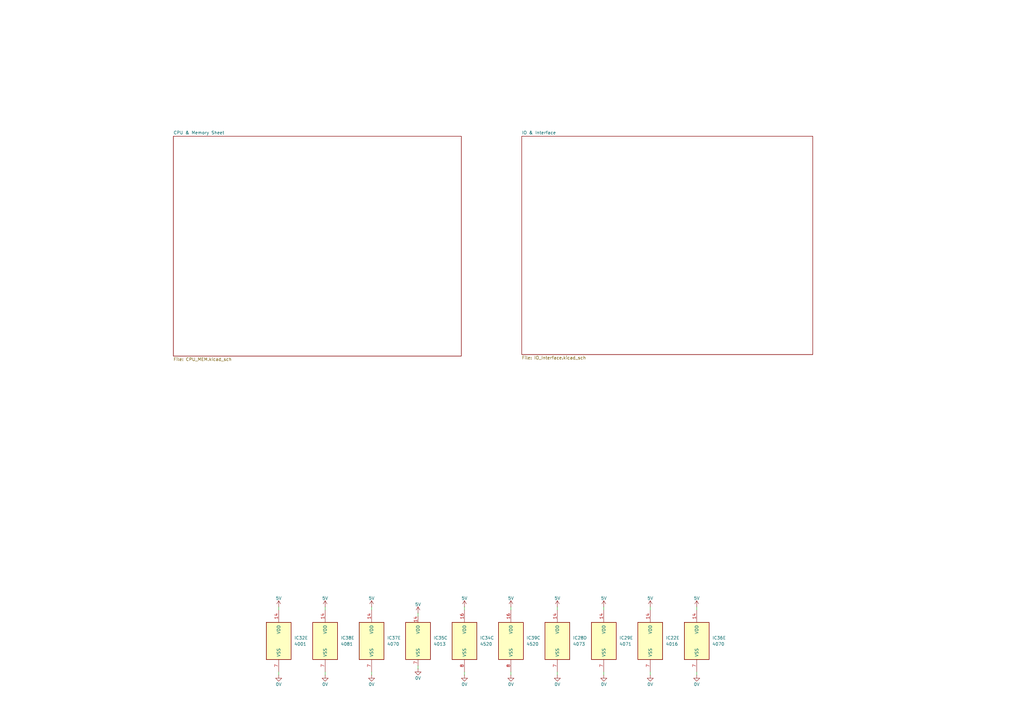
<source format=kicad_sch>
(kicad_sch
	(version 20231120)
	(generator "eeschema")
	(generator_version "8.0")
	(uuid "17195f70-40fa-4765-837e-52f7337adc05")
	(paper "A3")
	(lib_symbols
		(symbol "4xxx:4001"
			(pin_names
				(offset 1.016)
			)
			(exclude_from_sim no)
			(in_bom yes)
			(on_board yes)
			(property "Reference" "U"
				(at 0 1.27 0)
				(effects
					(font
						(size 1.27 1.27)
					)
				)
			)
			(property "Value" "4001"
				(at 0 -1.27 0)
				(effects
					(font
						(size 1.27 1.27)
					)
				)
			)
			(property "Footprint" ""
				(at 0 0 0)
				(effects
					(font
						(size 1.27 1.27)
					)
					(hide yes)
				)
			)
			(property "Datasheet" "http://www.intersil.com/content/dam/Intersil/documents/cd40/cd4000bms-01bms-02bms-25bms.pdf"
				(at 0 0 0)
				(effects
					(font
						(size 1.27 1.27)
					)
					(hide yes)
				)
			)
			(property "Description" "Quad Nor 2 inputs"
				(at 0 0 0)
				(effects
					(font
						(size 1.27 1.27)
					)
					(hide yes)
				)
			)
			(property "ki_locked" ""
				(at 0 0 0)
				(effects
					(font
						(size 1.27 1.27)
					)
				)
			)
			(property "ki_keywords" "CMOS Nor2"
				(at 0 0 0)
				(effects
					(font
						(size 1.27 1.27)
					)
					(hide yes)
				)
			)
			(property "ki_fp_filters" "DIP?14*"
				(at 0 0 0)
				(effects
					(font
						(size 1.27 1.27)
					)
					(hide yes)
				)
			)
			(symbol "4001_1_1"
				(arc
					(start -3.81 -3.81)
					(mid -2.589 0)
					(end -3.81 3.81)
					(stroke
						(width 0.254)
						(type default)
					)
					(fill
						(type none)
					)
				)
				(arc
					(start -0.6096 -3.81)
					(mid 2.1842 -2.5851)
					(end 3.81 0)
					(stroke
						(width 0.254)
						(type default)
					)
					(fill
						(type background)
					)
				)
				(polyline
					(pts
						(xy -3.81 -3.81) (xy -0.635 -3.81)
					)
					(stroke
						(width 0.254)
						(type default)
					)
					(fill
						(type background)
					)
				)
				(polyline
					(pts
						(xy -3.81 3.81) (xy -0.635 3.81)
					)
					(stroke
						(width 0.254)
						(type default)
					)
					(fill
						(type background)
					)
				)
				(polyline
					(pts
						(xy -0.635 3.81) (xy -3.81 3.81) (xy -3.81 3.81) (xy -3.556 3.4036) (xy -3.0226 2.2606) (xy -2.6924 1.0414)
						(xy -2.6162 -0.254) (xy -2.7686 -1.4986) (xy -3.175 -2.7178) (xy -3.81 -3.81) (xy -3.81 -3.81)
						(xy -0.635 -3.81)
					)
					(stroke
						(width -25.4)
						(type default)
					)
					(fill
						(type background)
					)
				)
				(arc
					(start 3.81 0)
					(mid 2.1915 2.5936)
					(end -0.6096 3.81)
					(stroke
						(width 0.254)
						(type default)
					)
					(fill
						(type background)
					)
				)
				(pin input line
					(at -7.62 2.54 0)
					(length 4.318)
					(name "~"
						(effects
							(font
								(size 1.27 1.27)
							)
						)
					)
					(number "1"
						(effects
							(font
								(size 1.27 1.27)
							)
						)
					)
				)
				(pin input line
					(at -7.62 -2.54 0)
					(length 4.318)
					(name "~"
						(effects
							(font
								(size 1.27 1.27)
							)
						)
					)
					(number "2"
						(effects
							(font
								(size 1.27 1.27)
							)
						)
					)
				)
				(pin output inverted
					(at 7.62 0 180)
					(length 3.81)
					(name "~"
						(effects
							(font
								(size 1.27 1.27)
							)
						)
					)
					(number "3"
						(effects
							(font
								(size 1.27 1.27)
							)
						)
					)
				)
			)
			(symbol "4001_1_2"
				(arc
					(start 0 -3.81)
					(mid 3.7934 0)
					(end 0 3.81)
					(stroke
						(width 0.254)
						(type default)
					)
					(fill
						(type background)
					)
				)
				(polyline
					(pts
						(xy 0 3.81) (xy -3.81 3.81) (xy -3.81 -3.81) (xy 0 -3.81)
					)
					(stroke
						(width 0.254)
						(type default)
					)
					(fill
						(type background)
					)
				)
				(pin input inverted
					(at -7.62 2.54 0)
					(length 3.81)
					(name "~"
						(effects
							(font
								(size 1.27 1.27)
							)
						)
					)
					(number "1"
						(effects
							(font
								(size 1.27 1.27)
							)
						)
					)
				)
				(pin input inverted
					(at -7.62 -2.54 0)
					(length 3.81)
					(name "~"
						(effects
							(font
								(size 1.27 1.27)
							)
						)
					)
					(number "2"
						(effects
							(font
								(size 1.27 1.27)
							)
						)
					)
				)
				(pin output line
					(at 7.62 0 180)
					(length 3.81)
					(name "~"
						(effects
							(font
								(size 1.27 1.27)
							)
						)
					)
					(number "3"
						(effects
							(font
								(size 1.27 1.27)
							)
						)
					)
				)
			)
			(symbol "4001_2_1"
				(arc
					(start -3.81 -3.81)
					(mid -2.589 0)
					(end -3.81 3.81)
					(stroke
						(width 0.254)
						(type default)
					)
					(fill
						(type none)
					)
				)
				(arc
					(start -0.6096 -3.81)
					(mid 2.1842 -2.5851)
					(end 3.81 0)
					(stroke
						(width 0.254)
						(type default)
					)
					(fill
						(type background)
					)
				)
				(polyline
					(pts
						(xy -3.81 -3.81) (xy -0.635 -3.81)
					)
					(stroke
						(width 0.254)
						(type default)
					)
					(fill
						(type background)
					)
				)
				(polyline
					(pts
						(xy -3.81 3.81) (xy -0.635 3.81)
					)
					(stroke
						(width 0.254)
						(type default)
					)
					(fill
						(type background)
					)
				)
				(polyline
					(pts
						(xy -0.635 3.81) (xy -3.81 3.81) (xy -3.81 3.81) (xy -3.556 3.4036) (xy -3.0226 2.2606) (xy -2.6924 1.0414)
						(xy -2.6162 -0.254) (xy -2.7686 -1.4986) (xy -3.175 -2.7178) (xy -3.81 -3.81) (xy -3.81 -3.81)
						(xy -0.635 -3.81)
					)
					(stroke
						(width -25.4)
						(type default)
					)
					(fill
						(type background)
					)
				)
				(arc
					(start 3.81 0)
					(mid 2.1915 2.5936)
					(end -0.6096 3.81)
					(stroke
						(width 0.254)
						(type default)
					)
					(fill
						(type background)
					)
				)
				(pin output inverted
					(at 7.62 0 180)
					(length 3.81)
					(name "~"
						(effects
							(font
								(size 1.27 1.27)
							)
						)
					)
					(number "4"
						(effects
							(font
								(size 1.27 1.27)
							)
						)
					)
				)
				(pin input line
					(at -7.62 2.54 0)
					(length 4.318)
					(name "~"
						(effects
							(font
								(size 1.27 1.27)
							)
						)
					)
					(number "5"
						(effects
							(font
								(size 1.27 1.27)
							)
						)
					)
				)
				(pin input line
					(at -7.62 -2.54 0)
					(length 4.318)
					(name "~"
						(effects
							(font
								(size 1.27 1.27)
							)
						)
					)
					(number "6"
						(effects
							(font
								(size 1.27 1.27)
							)
						)
					)
				)
			)
			(symbol "4001_2_2"
				(arc
					(start 0 -3.81)
					(mid 3.7934 0)
					(end 0 3.81)
					(stroke
						(width 0.254)
						(type default)
					)
					(fill
						(type background)
					)
				)
				(polyline
					(pts
						(xy 0 3.81) (xy -3.81 3.81) (xy -3.81 -3.81) (xy 0 -3.81)
					)
					(stroke
						(width 0.254)
						(type default)
					)
					(fill
						(type background)
					)
				)
				(pin output line
					(at 7.62 0 180)
					(length 3.81)
					(name "~"
						(effects
							(font
								(size 1.27 1.27)
							)
						)
					)
					(number "4"
						(effects
							(font
								(size 1.27 1.27)
							)
						)
					)
				)
				(pin input inverted
					(at -7.62 2.54 0)
					(length 3.81)
					(name "~"
						(effects
							(font
								(size 1.27 1.27)
							)
						)
					)
					(number "5"
						(effects
							(font
								(size 1.27 1.27)
							)
						)
					)
				)
				(pin input inverted
					(at -7.62 -2.54 0)
					(length 3.81)
					(name "~"
						(effects
							(font
								(size 1.27 1.27)
							)
						)
					)
					(number "6"
						(effects
							(font
								(size 1.27 1.27)
							)
						)
					)
				)
			)
			(symbol "4001_3_1"
				(arc
					(start -3.81 -3.81)
					(mid -2.589 0)
					(end -3.81 3.81)
					(stroke
						(width 0.254)
						(type default)
					)
					(fill
						(type none)
					)
				)
				(arc
					(start -0.6096 -3.81)
					(mid 2.1842 -2.5851)
					(end 3.81 0)
					(stroke
						(width 0.254)
						(type default)
					)
					(fill
						(type background)
					)
				)
				(polyline
					(pts
						(xy -3.81 -3.81) (xy -0.635 -3.81)
					)
					(stroke
						(width 0.254)
						(type default)
					)
					(fill
						(type background)
					)
				)
				(polyline
					(pts
						(xy -3.81 3.81) (xy -0.635 3.81)
					)
					(stroke
						(width 0.254)
						(type default)
					)
					(fill
						(type background)
					)
				)
				(polyline
					(pts
						(xy -0.635 3.81) (xy -3.81 3.81) (xy -3.81 3.81) (xy -3.556 3.4036) (xy -3.0226 2.2606) (xy -2.6924 1.0414)
						(xy -2.6162 -0.254) (xy -2.7686 -1.4986) (xy -3.175 -2.7178) (xy -3.81 -3.81) (xy -3.81 -3.81)
						(xy -0.635 -3.81)
					)
					(stroke
						(width -25.4)
						(type default)
					)
					(fill
						(type background)
					)
				)
				(arc
					(start 3.81 0)
					(mid 2.1915 2.5936)
					(end -0.6096 3.81)
					(stroke
						(width 0.254)
						(type default)
					)
					(fill
						(type background)
					)
				)
				(pin output inverted
					(at 7.62 0 180)
					(length 3.81)
					(name "~"
						(effects
							(font
								(size 1.27 1.27)
							)
						)
					)
					(number "10"
						(effects
							(font
								(size 1.27 1.27)
							)
						)
					)
				)
				(pin input line
					(at -7.62 2.54 0)
					(length 4.318)
					(name "~"
						(effects
							(font
								(size 1.27 1.27)
							)
						)
					)
					(number "8"
						(effects
							(font
								(size 1.27 1.27)
							)
						)
					)
				)
				(pin input line
					(at -7.62 -2.54 0)
					(length 4.318)
					(name "~"
						(effects
							(font
								(size 1.27 1.27)
							)
						)
					)
					(number "9"
						(effects
							(font
								(size 1.27 1.27)
							)
						)
					)
				)
			)
			(symbol "4001_3_2"
				(arc
					(start 0 -3.81)
					(mid 3.7934 0)
					(end 0 3.81)
					(stroke
						(width 0.254)
						(type default)
					)
					(fill
						(type background)
					)
				)
				(polyline
					(pts
						(xy 0 3.81) (xy -3.81 3.81) (xy -3.81 -3.81) (xy 0 -3.81)
					)
					(stroke
						(width 0.254)
						(type default)
					)
					(fill
						(type background)
					)
				)
				(pin output line
					(at 7.62 0 180)
					(length 3.81)
					(name "~"
						(effects
							(font
								(size 1.27 1.27)
							)
						)
					)
					(number "10"
						(effects
							(font
								(size 1.27 1.27)
							)
						)
					)
				)
				(pin input inverted
					(at -7.62 2.54 0)
					(length 3.81)
					(name "~"
						(effects
							(font
								(size 1.27 1.27)
							)
						)
					)
					(number "8"
						(effects
							(font
								(size 1.27 1.27)
							)
						)
					)
				)
				(pin input inverted
					(at -7.62 -2.54 0)
					(length 3.81)
					(name "~"
						(effects
							(font
								(size 1.27 1.27)
							)
						)
					)
					(number "9"
						(effects
							(font
								(size 1.27 1.27)
							)
						)
					)
				)
			)
			(symbol "4001_4_1"
				(arc
					(start -3.81 -3.81)
					(mid -2.589 0)
					(end -3.81 3.81)
					(stroke
						(width 0.254)
						(type default)
					)
					(fill
						(type none)
					)
				)
				(arc
					(start -0.6096 -3.81)
					(mid 2.1842 -2.5851)
					(end 3.81 0)
					(stroke
						(width 0.254)
						(type default)
					)
					(fill
						(type background)
					)
				)
				(polyline
					(pts
						(xy -3.81 -3.81) (xy -0.635 -3.81)
					)
					(stroke
						(width 0.254)
						(type default)
					)
					(fill
						(type background)
					)
				)
				(polyline
					(pts
						(xy -3.81 3.81) (xy -0.635 3.81)
					)
					(stroke
						(width 0.254)
						(type default)
					)
					(fill
						(type background)
					)
				)
				(polyline
					(pts
						(xy -0.635 3.81) (xy -3.81 3.81) (xy -3.81 3.81) (xy -3.556 3.4036) (xy -3.0226 2.2606) (xy -2.6924 1.0414)
						(xy -2.6162 -0.254) (xy -2.7686 -1.4986) (xy -3.175 -2.7178) (xy -3.81 -3.81) (xy -3.81 -3.81)
						(xy -0.635 -3.81)
					)
					(stroke
						(width -25.4)
						(type default)
					)
					(fill
						(type background)
					)
				)
				(arc
					(start 3.81 0)
					(mid 2.1915 2.5936)
					(end -0.6096 3.81)
					(stroke
						(width 0.254)
						(type default)
					)
					(fill
						(type background)
					)
				)
				(pin output inverted
					(at 7.62 0 180)
					(length 3.81)
					(name "~"
						(effects
							(font
								(size 1.27 1.27)
							)
						)
					)
					(number "11"
						(effects
							(font
								(size 1.27 1.27)
							)
						)
					)
				)
				(pin input line
					(at -7.62 2.54 0)
					(length 4.318)
					(name "~"
						(effects
							(font
								(size 1.27 1.27)
							)
						)
					)
					(number "12"
						(effects
							(font
								(size 1.27 1.27)
							)
						)
					)
				)
				(pin input line
					(at -7.62 -2.54 0)
					(length 4.318)
					(name "~"
						(effects
							(font
								(size 1.27 1.27)
							)
						)
					)
					(number "13"
						(effects
							(font
								(size 1.27 1.27)
							)
						)
					)
				)
			)
			(symbol "4001_4_2"
				(arc
					(start 0 -3.81)
					(mid 3.7934 0)
					(end 0 3.81)
					(stroke
						(width 0.254)
						(type default)
					)
					(fill
						(type background)
					)
				)
				(polyline
					(pts
						(xy 0 3.81) (xy -3.81 3.81) (xy -3.81 -3.81) (xy 0 -3.81)
					)
					(stroke
						(width 0.254)
						(type default)
					)
					(fill
						(type background)
					)
				)
				(pin output line
					(at 7.62 0 180)
					(length 3.81)
					(name "~"
						(effects
							(font
								(size 1.27 1.27)
							)
						)
					)
					(number "11"
						(effects
							(font
								(size 1.27 1.27)
							)
						)
					)
				)
				(pin input inverted
					(at -7.62 2.54 0)
					(length 3.81)
					(name "~"
						(effects
							(font
								(size 1.27 1.27)
							)
						)
					)
					(number "12"
						(effects
							(font
								(size 1.27 1.27)
							)
						)
					)
				)
				(pin input inverted
					(at -7.62 -2.54 0)
					(length 3.81)
					(name "~"
						(effects
							(font
								(size 1.27 1.27)
							)
						)
					)
					(number "13"
						(effects
							(font
								(size 1.27 1.27)
							)
						)
					)
				)
			)
			(symbol "4001_5_0"
				(pin power_in line
					(at 0 12.7 270)
					(length 5.08)
					(name "VDD"
						(effects
							(font
								(size 1.27 1.27)
							)
						)
					)
					(number "14"
						(effects
							(font
								(size 1.27 1.27)
							)
						)
					)
				)
				(pin power_in line
					(at 0 -12.7 90)
					(length 5.08)
					(name "VSS"
						(effects
							(font
								(size 1.27 1.27)
							)
						)
					)
					(number "7"
						(effects
							(font
								(size 1.27 1.27)
							)
						)
					)
				)
			)
			(symbol "4001_5_1"
				(rectangle
					(start -5.08 7.62)
					(end 5.08 -7.62)
					(stroke
						(width 0.254)
						(type default)
					)
					(fill
						(type background)
					)
				)
			)
		)
		(symbol "4xxx:4013"
			(pin_names
				(offset 1.016)
			)
			(exclude_from_sim no)
			(in_bom yes)
			(on_board yes)
			(property "Reference" "U"
				(at -7.62 8.89 0)
				(effects
					(font
						(size 1.27 1.27)
					)
				)
			)
			(property "Value" "4013"
				(at -7.62 -8.89 0)
				(effects
					(font
						(size 1.27 1.27)
					)
				)
			)
			(property "Footprint" ""
				(at 0 0 0)
				(effects
					(font
						(size 1.27 1.27)
					)
					(hide yes)
				)
			)
			(property "Datasheet" "http://www.onsemi.com/pub/Collateral/MC14013B-D.PDF"
				(at 0 0 0)
				(effects
					(font
						(size 1.27 1.27)
					)
					(hide yes)
				)
			)
			(property "Description" "Dual D  FlipFlop, Set & reset"
				(at 0 0 0)
				(effects
					(font
						(size 1.27 1.27)
					)
					(hide yes)
				)
			)
			(property "ki_locked" ""
				(at 0 0 0)
				(effects
					(font
						(size 1.27 1.27)
					)
				)
			)
			(property "ki_keywords" "CMOS DFF"
				(at 0 0 0)
				(effects
					(font
						(size 1.27 1.27)
					)
					(hide yes)
				)
			)
			(property "ki_fp_filters" "DIP*W7.62mm* SOIC*3.9x9.9mm*P1.27mm* TSSOP*4.4x5mm*P0.65mm*"
				(at 0 0 0)
				(effects
					(font
						(size 1.27 1.27)
					)
					(hide yes)
				)
			)
			(symbol "4013_1_1"
				(rectangle
					(start -5.08 5.08)
					(end 5.08 -5.08)
					(stroke
						(width 0.254)
						(type default)
					)
					(fill
						(type background)
					)
				)
				(pin output line
					(at 7.62 2.54 180)
					(length 2.54)
					(name "Q"
						(effects
							(font
								(size 1.27 1.27)
							)
						)
					)
					(number "1"
						(effects
							(font
								(size 1.27 1.27)
							)
						)
					)
				)
				(pin output line
					(at 7.62 -2.54 180)
					(length 2.54)
					(name "~{Q}"
						(effects
							(font
								(size 1.27 1.27)
							)
						)
					)
					(number "2"
						(effects
							(font
								(size 1.27 1.27)
							)
						)
					)
				)
				(pin input clock
					(at -7.62 0 0)
					(length 2.54)
					(name "C"
						(effects
							(font
								(size 1.27 1.27)
							)
						)
					)
					(number "3"
						(effects
							(font
								(size 1.27 1.27)
							)
						)
					)
				)
				(pin input line
					(at 0 -7.62 90)
					(length 2.54)
					(name "R"
						(effects
							(font
								(size 1.27 1.27)
							)
						)
					)
					(number "4"
						(effects
							(font
								(size 1.27 1.27)
							)
						)
					)
				)
				(pin input line
					(at -7.62 2.54 0)
					(length 2.54)
					(name "D"
						(effects
							(font
								(size 1.27 1.27)
							)
						)
					)
					(number "5"
						(effects
							(font
								(size 1.27 1.27)
							)
						)
					)
				)
				(pin input line
					(at 0 7.62 270)
					(length 2.54)
					(name "S"
						(effects
							(font
								(size 1.27 1.27)
							)
						)
					)
					(number "6"
						(effects
							(font
								(size 1.27 1.27)
							)
						)
					)
				)
			)
			(symbol "4013_2_1"
				(rectangle
					(start -5.08 5.08)
					(end 5.08 -5.08)
					(stroke
						(width 0.254)
						(type default)
					)
					(fill
						(type background)
					)
				)
				(pin input line
					(at 0 -7.62 90)
					(length 2.54)
					(name "R"
						(effects
							(font
								(size 1.27 1.27)
							)
						)
					)
					(number "10"
						(effects
							(font
								(size 1.27 1.27)
							)
						)
					)
				)
				(pin input clock
					(at -7.62 0 0)
					(length 2.54)
					(name "C"
						(effects
							(font
								(size 1.27 1.27)
							)
						)
					)
					(number "11"
						(effects
							(font
								(size 1.27 1.27)
							)
						)
					)
				)
				(pin output line
					(at 7.62 -2.54 180)
					(length 2.54)
					(name "~{Q}"
						(effects
							(font
								(size 1.27 1.27)
							)
						)
					)
					(number "12"
						(effects
							(font
								(size 1.27 1.27)
							)
						)
					)
				)
				(pin output line
					(at 7.62 2.54 180)
					(length 2.54)
					(name "Q"
						(effects
							(font
								(size 1.27 1.27)
							)
						)
					)
					(number "13"
						(effects
							(font
								(size 1.27 1.27)
							)
						)
					)
				)
				(pin input line
					(at 0 7.62 270)
					(length 2.54)
					(name "S"
						(effects
							(font
								(size 1.27 1.27)
							)
						)
					)
					(number "8"
						(effects
							(font
								(size 1.27 1.27)
							)
						)
					)
				)
				(pin input line
					(at -7.62 2.54 0)
					(length 2.54)
					(name "D"
						(effects
							(font
								(size 1.27 1.27)
							)
						)
					)
					(number "9"
						(effects
							(font
								(size 1.27 1.27)
							)
						)
					)
				)
			)
			(symbol "4013_3_0"
				(pin power_in line
					(at 0 10.16 270)
					(length 2.54)
					(name "VDD"
						(effects
							(font
								(size 1.27 1.27)
							)
						)
					)
					(number "14"
						(effects
							(font
								(size 1.27 1.27)
							)
						)
					)
				)
				(pin power_in line
					(at 0 -10.16 90)
					(length 2.54)
					(name "VSS"
						(effects
							(font
								(size 1.27 1.27)
							)
						)
					)
					(number "7"
						(effects
							(font
								(size 1.27 1.27)
							)
						)
					)
				)
			)
			(symbol "4013_3_1"
				(rectangle
					(start -5.08 7.62)
					(end 5.08 -7.62)
					(stroke
						(width 0.254)
						(type default)
					)
					(fill
						(type background)
					)
				)
			)
		)
		(symbol "4xxx:4016"
			(pin_names
				(offset 1.016)
			)
			(exclude_from_sim no)
			(in_bom yes)
			(on_board yes)
			(property "Reference" "U"
				(at -7.62 8.89 0)
				(effects
					(font
						(size 1.27 1.27)
					)
				)
			)
			(property "Value" "4016"
				(at -7.62 -8.89 0)
				(effects
					(font
						(size 1.27 1.27)
					)
				)
			)
			(property "Footprint" ""
				(at 0 0 0)
				(effects
					(font
						(size 1.27 1.27)
					)
					(hide yes)
				)
			)
			(property "Datasheet" "http://www.ti.com/lit/ds/symlink/cd4016b.pdf"
				(at 0 0 0)
				(effects
					(font
						(size 1.27 1.27)
					)
					(hide yes)
				)
			)
			(property "Description" "Quad Analog Switches"
				(at 0 0 0)
				(effects
					(font
						(size 1.27 1.27)
					)
					(hide yes)
				)
			)
			(property "ki_locked" ""
				(at 0 0 0)
				(effects
					(font
						(size 1.27 1.27)
					)
				)
			)
			(property "ki_keywords" "CMOS SWITCH"
				(at 0 0 0)
				(effects
					(font
						(size 1.27 1.27)
					)
					(hide yes)
				)
			)
			(property "ki_fp_filters" "DIP?14*"
				(at 0 0 0)
				(effects
					(font
						(size 1.27 1.27)
					)
					(hide yes)
				)
			)
			(symbol "4016_1_0"
				(polyline
					(pts
						(xy 0 1.27) (xy 0 2.54)
					)
					(stroke
						(width 0.1524)
						(type default)
					)
					(fill
						(type none)
					)
				)
				(polyline
					(pts
						(xy -2.54 0) (xy 2.54 2.54) (xy 2.54 -2.54) (xy -2.54 0)
					)
					(stroke
						(width 0)
						(type default)
					)
					(fill
						(type background)
					)
				)
				(polyline
					(pts
						(xy -2.54 2.54) (xy 2.54 0) (xy -2.54 -2.54) (xy -2.54 2.54)
					)
					(stroke
						(width 0)
						(type default)
					)
					(fill
						(type background)
					)
				)
				(pin passive line
					(at -7.62 0 0)
					(length 5.08)
					(name "~"
						(effects
							(font
								(size 1.27 1.27)
							)
						)
					)
					(number "1"
						(effects
							(font
								(size 1.27 1.27)
							)
						)
					)
				)
				(pin input line
					(at 0 7.62 270)
					(length 5.08)
					(name "~"
						(effects
							(font
								(size 1.27 1.27)
							)
						)
					)
					(number "13"
						(effects
							(font
								(size 1.27 1.27)
							)
						)
					)
				)
				(pin passive line
					(at 7.62 0 180)
					(length 5.08)
					(name "~"
						(effects
							(font
								(size 1.27 1.27)
							)
						)
					)
					(number "2"
						(effects
							(font
								(size 1.27 1.27)
							)
						)
					)
				)
			)
			(symbol "4016_2_0"
				(polyline
					(pts
						(xy 0 1.27) (xy 0 2.54)
					)
					(stroke
						(width 0.1524)
						(type default)
					)
					(fill
						(type none)
					)
				)
				(polyline
					(pts
						(xy -2.54 0) (xy 2.54 2.54) (xy 2.54 -2.54) (xy -2.54 0)
					)
					(stroke
						(width 0)
						(type default)
					)
					(fill
						(type background)
					)
				)
				(polyline
					(pts
						(xy -2.54 2.54) (xy 2.54 0) (xy -2.54 -2.54) (xy -2.54 2.54)
					)
					(stroke
						(width 0)
						(type default)
					)
					(fill
						(type background)
					)
				)
				(pin passive line
					(at 7.62 0 180)
					(length 5.08)
					(name "~"
						(effects
							(font
								(size 1.27 1.27)
							)
						)
					)
					(number "3"
						(effects
							(font
								(size 1.27 1.27)
							)
						)
					)
				)
				(pin passive line
					(at -7.62 0 0)
					(length 5.08)
					(name "~"
						(effects
							(font
								(size 1.27 1.27)
							)
						)
					)
					(number "4"
						(effects
							(font
								(size 1.27 1.27)
							)
						)
					)
				)
				(pin input line
					(at 0 7.62 270)
					(length 5.08)
					(name "~"
						(effects
							(font
								(size 1.27 1.27)
							)
						)
					)
					(number "5"
						(effects
							(font
								(size 1.27 1.27)
							)
						)
					)
				)
			)
			(symbol "4016_3_0"
				(polyline
					(pts
						(xy 0 1.27) (xy 0 2.54)
					)
					(stroke
						(width 0.1524)
						(type default)
					)
					(fill
						(type none)
					)
				)
				(polyline
					(pts
						(xy -2.54 0) (xy 2.54 2.54) (xy 2.54 -2.54) (xy -2.54 0)
					)
					(stroke
						(width 0)
						(type default)
					)
					(fill
						(type background)
					)
				)
				(polyline
					(pts
						(xy -2.54 2.54) (xy 2.54 0) (xy -2.54 -2.54) (xy -2.54 2.54)
					)
					(stroke
						(width 0)
						(type default)
					)
					(fill
						(type background)
					)
				)
				(pin input line
					(at 0 7.62 270)
					(length 5.08)
					(name "~"
						(effects
							(font
								(size 1.27 1.27)
							)
						)
					)
					(number "6"
						(effects
							(font
								(size 1.27 1.27)
							)
						)
					)
				)
				(pin passive line
					(at -7.62 0 0)
					(length 5.08)
					(name "~"
						(effects
							(font
								(size 1.27 1.27)
							)
						)
					)
					(number "8"
						(effects
							(font
								(size 1.27 1.27)
							)
						)
					)
				)
				(pin passive line
					(at 7.62 0 180)
					(length 5.08)
					(name "~"
						(effects
							(font
								(size 1.27 1.27)
							)
						)
					)
					(number "9"
						(effects
							(font
								(size 1.27 1.27)
							)
						)
					)
				)
			)
			(symbol "4016_4_0"
				(polyline
					(pts
						(xy 0 1.27) (xy 0 2.54)
					)
					(stroke
						(width 0.1524)
						(type default)
					)
					(fill
						(type none)
					)
				)
				(polyline
					(pts
						(xy -2.54 0) (xy 2.54 2.54) (xy 2.54 -2.54) (xy -2.54 0)
					)
					(stroke
						(width 0)
						(type default)
					)
					(fill
						(type background)
					)
				)
				(polyline
					(pts
						(xy -2.54 2.54) (xy 2.54 0) (xy -2.54 -2.54) (xy -2.54 2.54)
					)
					(stroke
						(width 0)
						(type default)
					)
					(fill
						(type background)
					)
				)
				(pin passive line
					(at 7.62 0 180)
					(length 5.08)
					(name "~"
						(effects
							(font
								(size 1.27 1.27)
							)
						)
					)
					(number "10"
						(effects
							(font
								(size 1.27 1.27)
							)
						)
					)
				)
				(pin passive line
					(at -7.62 0 0)
					(length 5.08)
					(name "~"
						(effects
							(font
								(size 1.27 1.27)
							)
						)
					)
					(number "11"
						(effects
							(font
								(size 1.27 1.27)
							)
						)
					)
				)
				(pin input line
					(at 0 7.62 270)
					(length 5.08)
					(name "~"
						(effects
							(font
								(size 1.27 1.27)
							)
						)
					)
					(number "12"
						(effects
							(font
								(size 1.27 1.27)
							)
						)
					)
				)
			)
			(symbol "4016_5_0"
				(pin power_in line
					(at 0 12.7 270)
					(length 5.08)
					(name "VDD"
						(effects
							(font
								(size 1.27 1.27)
							)
						)
					)
					(number "14"
						(effects
							(font
								(size 1.27 1.27)
							)
						)
					)
				)
				(pin power_in line
					(at 0 -12.7 90)
					(length 5.08)
					(name "VSS"
						(effects
							(font
								(size 1.27 1.27)
							)
						)
					)
					(number "7"
						(effects
							(font
								(size 1.27 1.27)
							)
						)
					)
				)
			)
			(symbol "4016_5_1"
				(rectangle
					(start -5.08 7.62)
					(end 5.08 -7.62)
					(stroke
						(width 0.254)
						(type default)
					)
					(fill
						(type background)
					)
				)
			)
		)
		(symbol "4xxx:4070"
			(pin_names
				(offset 1.016)
			)
			(exclude_from_sim no)
			(in_bom yes)
			(on_board yes)
			(property "Reference" "U"
				(at 0 1.27 0)
				(effects
					(font
						(size 1.27 1.27)
					)
				)
			)
			(property "Value" "4070"
				(at 0 -1.27 0)
				(effects
					(font
						(size 1.27 1.27)
					)
				)
			)
			(property "Footprint" ""
				(at 0 0 0)
				(effects
					(font
						(size 1.27 1.27)
					)
					(hide yes)
				)
			)
			(property "Datasheet" "http://www.intersil.com/content/dam/Intersil/documents/cd40/cd4070bms-77bms.pdf"
				(at 0 0 0)
				(effects
					(font
						(size 1.27 1.27)
					)
					(hide yes)
				)
			)
			(property "Description" "Quad Xor 2 inputs"
				(at 0 0 0)
				(effects
					(font
						(size 1.27 1.27)
					)
					(hide yes)
				)
			)
			(property "ki_locked" ""
				(at 0 0 0)
				(effects
					(font
						(size 1.27 1.27)
					)
				)
			)
			(property "ki_keywords" "CMOS XOR2"
				(at 0 0 0)
				(effects
					(font
						(size 1.27 1.27)
					)
					(hide yes)
				)
			)
			(property "ki_fp_filters" "DIP?14*"
				(at 0 0 0)
				(effects
					(font
						(size 1.27 1.27)
					)
					(hide yes)
				)
			)
			(symbol "4070_1_0"
				(arc
					(start -4.4196 -3.81)
					(mid -3.2033 0)
					(end -4.4196 3.81)
					(stroke
						(width 0.254)
						(type default)
					)
					(fill
						(type none)
					)
				)
				(arc
					(start -3.81 -3.81)
					(mid -2.589 0)
					(end -3.81 3.81)
					(stroke
						(width 0.254)
						(type default)
					)
					(fill
						(type none)
					)
				)
				(arc
					(start -0.6096 -3.81)
					(mid 2.1842 -2.5851)
					(end 3.81 0)
					(stroke
						(width 0.254)
						(type default)
					)
					(fill
						(type background)
					)
				)
				(polyline
					(pts
						(xy -3.81 -3.81) (xy -0.635 -3.81)
					)
					(stroke
						(width 0.254)
						(type default)
					)
					(fill
						(type background)
					)
				)
				(polyline
					(pts
						(xy -3.81 3.81) (xy -0.635 3.81)
					)
					(stroke
						(width 0.254)
						(type default)
					)
					(fill
						(type background)
					)
				)
				(polyline
					(pts
						(xy -0.635 3.81) (xy -3.81 3.81) (xy -3.81 3.81) (xy -3.556 3.4036) (xy -3.0226 2.2606) (xy -2.6924 1.0414)
						(xy -2.6162 -0.254) (xy -2.7686 -1.4986) (xy -3.175 -2.7178) (xy -3.81 -3.81) (xy -3.81 -3.81)
						(xy -0.635 -3.81)
					)
					(stroke
						(width -25.4)
						(type default)
					)
					(fill
						(type background)
					)
				)
				(arc
					(start 3.81 0)
					(mid 2.1915 2.5936)
					(end -0.6096 3.81)
					(stroke
						(width 0.254)
						(type default)
					)
					(fill
						(type background)
					)
				)
				(pin input line
					(at -7.62 2.54 0)
					(length 4.445)
					(name "~"
						(effects
							(font
								(size 1.27 1.27)
							)
						)
					)
					(number "1"
						(effects
							(font
								(size 1.27 1.27)
							)
						)
					)
				)
				(pin input line
					(at -7.62 -2.54 0)
					(length 4.445)
					(name "~"
						(effects
							(font
								(size 1.27 1.27)
							)
						)
					)
					(number "2"
						(effects
							(font
								(size 1.27 1.27)
							)
						)
					)
				)
				(pin output line
					(at 7.62 0 180)
					(length 3.81)
					(name "~"
						(effects
							(font
								(size 1.27 1.27)
							)
						)
					)
					(number "3"
						(effects
							(font
								(size 1.27 1.27)
							)
						)
					)
				)
			)
			(symbol "4070_1_1"
				(polyline
					(pts
						(xy -3.81 -2.54) (xy -3.175 -2.54)
					)
					(stroke
						(width 0.1524)
						(type default)
					)
					(fill
						(type none)
					)
				)
				(polyline
					(pts
						(xy -3.81 2.54) (xy -3.175 2.54)
					)
					(stroke
						(width 0.1524)
						(type default)
					)
					(fill
						(type none)
					)
				)
			)
			(symbol "4070_2_0"
				(arc
					(start -4.4196 -3.81)
					(mid -3.2033 0)
					(end -4.4196 3.81)
					(stroke
						(width 0.254)
						(type default)
					)
					(fill
						(type none)
					)
				)
				(arc
					(start -3.81 -3.81)
					(mid -2.589 0)
					(end -3.81 3.81)
					(stroke
						(width 0.254)
						(type default)
					)
					(fill
						(type none)
					)
				)
				(arc
					(start -0.6096 -3.81)
					(mid 2.1842 -2.5851)
					(end 3.81 0)
					(stroke
						(width 0.254)
						(type default)
					)
					(fill
						(type background)
					)
				)
				(polyline
					(pts
						(xy -3.81 -3.81) (xy -0.635 -3.81)
					)
					(stroke
						(width 0.254)
						(type default)
					)
					(fill
						(type background)
					)
				)
				(polyline
					(pts
						(xy -3.81 3.81) (xy -0.635 3.81)
					)
					(stroke
						(width 0.254)
						(type default)
					)
					(fill
						(type background)
					)
				)
				(polyline
					(pts
						(xy -0.635 3.81) (xy -3.81 3.81) (xy -3.81 3.81) (xy -3.556 3.4036) (xy -3.0226 2.2606) (xy -2.6924 1.0414)
						(xy -2.6162 -0.254) (xy -2.7686 -1.4986) (xy -3.175 -2.7178) (xy -3.81 -3.81) (xy -3.81 -3.81)
						(xy -0.635 -3.81)
					)
					(stroke
						(width -25.4)
						(type default)
					)
					(fill
						(type background)
					)
				)
				(arc
					(start 3.81 0)
					(mid 2.1915 2.5936)
					(end -0.6096 3.81)
					(stroke
						(width 0.254)
						(type default)
					)
					(fill
						(type background)
					)
				)
				(pin output line
					(at 7.62 0 180)
					(length 3.81)
					(name "~"
						(effects
							(font
								(size 1.27 1.27)
							)
						)
					)
					(number "4"
						(effects
							(font
								(size 1.27 1.27)
							)
						)
					)
				)
				(pin input line
					(at -7.62 2.54 0)
					(length 4.445)
					(name "~"
						(effects
							(font
								(size 1.27 1.27)
							)
						)
					)
					(number "5"
						(effects
							(font
								(size 1.27 1.27)
							)
						)
					)
				)
				(pin input line
					(at -7.62 -2.54 0)
					(length 4.445)
					(name "~"
						(effects
							(font
								(size 1.27 1.27)
							)
						)
					)
					(number "6"
						(effects
							(font
								(size 1.27 1.27)
							)
						)
					)
				)
			)
			(symbol "4070_2_1"
				(polyline
					(pts
						(xy -3.81 -2.54) (xy -3.175 -2.54)
					)
					(stroke
						(width 0.1524)
						(type default)
					)
					(fill
						(type none)
					)
				)
				(polyline
					(pts
						(xy -3.81 2.54) (xy -3.175 2.54)
					)
					(stroke
						(width 0.1524)
						(type default)
					)
					(fill
						(type none)
					)
				)
			)
			(symbol "4070_3_0"
				(arc
					(start -4.4196 -3.81)
					(mid -3.2033 0)
					(end -4.4196 3.81)
					(stroke
						(width 0.254)
						(type default)
					)
					(fill
						(type none)
					)
				)
				(arc
					(start -3.81 -3.81)
					(mid -2.589 0)
					(end -3.81 3.81)
					(stroke
						(width 0.254)
						(type default)
					)
					(fill
						(type none)
					)
				)
				(arc
					(start -0.6096 -3.81)
					(mid 2.1842 -2.5851)
					(end 3.81 0)
					(stroke
						(width 0.254)
						(type default)
					)
					(fill
						(type background)
					)
				)
				(polyline
					(pts
						(xy -3.81 -3.81) (xy -0.635 -3.81)
					)
					(stroke
						(width 0.254)
						(type default)
					)
					(fill
						(type background)
					)
				)
				(polyline
					(pts
						(xy -3.81 3.81) (xy -0.635 3.81)
					)
					(stroke
						(width 0.254)
						(type default)
					)
					(fill
						(type background)
					)
				)
				(polyline
					(pts
						(xy -0.635 3.81) (xy -3.81 3.81) (xy -3.81 3.81) (xy -3.556 3.4036) (xy -3.0226 2.2606) (xy -2.6924 1.0414)
						(xy -2.6162 -0.254) (xy -2.7686 -1.4986) (xy -3.175 -2.7178) (xy -3.81 -3.81) (xy -3.81 -3.81)
						(xy -0.635 -3.81)
					)
					(stroke
						(width -25.4)
						(type default)
					)
					(fill
						(type background)
					)
				)
				(arc
					(start 3.81 0)
					(mid 2.1915 2.5936)
					(end -0.6096 3.81)
					(stroke
						(width 0.254)
						(type default)
					)
					(fill
						(type background)
					)
				)
				(pin output line
					(at 7.62 0 180)
					(length 3.81)
					(name "~"
						(effects
							(font
								(size 1.27 1.27)
							)
						)
					)
					(number "10"
						(effects
							(font
								(size 1.27 1.27)
							)
						)
					)
				)
				(pin input line
					(at -7.62 2.54 0)
					(length 4.445)
					(name "~"
						(effects
							(font
								(size 1.27 1.27)
							)
						)
					)
					(number "8"
						(effects
							(font
								(size 1.27 1.27)
							)
						)
					)
				)
				(pin input line
					(at -7.62 -2.54 0)
					(length 4.445)
					(name "~"
						(effects
							(font
								(size 1.27 1.27)
							)
						)
					)
					(number "9"
						(effects
							(font
								(size 1.27 1.27)
							)
						)
					)
				)
			)
			(symbol "4070_3_1"
				(polyline
					(pts
						(xy -3.81 -2.54) (xy -3.175 -2.54)
					)
					(stroke
						(width 0.1524)
						(type default)
					)
					(fill
						(type none)
					)
				)
				(polyline
					(pts
						(xy -3.81 2.54) (xy -3.175 2.54)
					)
					(stroke
						(width 0.1524)
						(type default)
					)
					(fill
						(type none)
					)
				)
			)
			(symbol "4070_4_0"
				(arc
					(start -4.4196 -3.81)
					(mid -3.2033 0)
					(end -4.4196 3.81)
					(stroke
						(width 0.254)
						(type default)
					)
					(fill
						(type none)
					)
				)
				(arc
					(start -3.81 -3.81)
					(mid -2.589 0)
					(end -3.81 3.81)
					(stroke
						(width 0.254)
						(type default)
					)
					(fill
						(type none)
					)
				)
				(arc
					(start -0.6096 -3.81)
					(mid 2.1842 -2.5851)
					(end 3.81 0)
					(stroke
						(width 0.254)
						(type default)
					)
					(fill
						(type background)
					)
				)
				(polyline
					(pts
						(xy -3.81 -3.81) (xy -0.635 -3.81)
					)
					(stroke
						(width 0.254)
						(type default)
					)
					(fill
						(type background)
					)
				)
				(polyline
					(pts
						(xy -3.81 3.81) (xy -0.635 3.81)
					)
					(stroke
						(width 0.254)
						(type default)
					)
					(fill
						(type background)
					)
				)
				(polyline
					(pts
						(xy -0.635 3.81) (xy -3.81 3.81) (xy -3.81 3.81) (xy -3.556 3.4036) (xy -3.0226 2.2606) (xy -2.6924 1.0414)
						(xy -2.6162 -0.254) (xy -2.7686 -1.4986) (xy -3.175 -2.7178) (xy -3.81 -3.81) (xy -3.81 -3.81)
						(xy -0.635 -3.81)
					)
					(stroke
						(width -25.4)
						(type default)
					)
					(fill
						(type background)
					)
				)
				(arc
					(start 3.81 0)
					(mid 2.1915 2.5936)
					(end -0.6096 3.81)
					(stroke
						(width 0.254)
						(type default)
					)
					(fill
						(type background)
					)
				)
				(pin output line
					(at 7.62 0 180)
					(length 3.81)
					(name "~"
						(effects
							(font
								(size 1.27 1.27)
							)
						)
					)
					(number "11"
						(effects
							(font
								(size 1.27 1.27)
							)
						)
					)
				)
				(pin input line
					(at -7.62 2.54 0)
					(length 4.445)
					(name "~"
						(effects
							(font
								(size 1.27 1.27)
							)
						)
					)
					(number "12"
						(effects
							(font
								(size 1.27 1.27)
							)
						)
					)
				)
				(pin input line
					(at -7.62 -2.54 0)
					(length 4.445)
					(name "~"
						(effects
							(font
								(size 1.27 1.27)
							)
						)
					)
					(number "13"
						(effects
							(font
								(size 1.27 1.27)
							)
						)
					)
				)
			)
			(symbol "4070_4_1"
				(polyline
					(pts
						(xy -3.81 -2.54) (xy -3.175 -2.54)
					)
					(stroke
						(width 0.1524)
						(type default)
					)
					(fill
						(type none)
					)
				)
				(polyline
					(pts
						(xy -3.81 2.54) (xy -3.175 2.54)
					)
					(stroke
						(width 0.1524)
						(type default)
					)
					(fill
						(type none)
					)
				)
			)
			(symbol "4070_5_0"
				(pin power_in line
					(at 0 12.7 270)
					(length 5.08)
					(name "VDD"
						(effects
							(font
								(size 1.27 1.27)
							)
						)
					)
					(number "14"
						(effects
							(font
								(size 1.27 1.27)
							)
						)
					)
				)
				(pin power_in line
					(at 0 -12.7 90)
					(length 5.08)
					(name "VSS"
						(effects
							(font
								(size 1.27 1.27)
							)
						)
					)
					(number "7"
						(effects
							(font
								(size 1.27 1.27)
							)
						)
					)
				)
			)
			(symbol "4070_5_1"
				(rectangle
					(start -5.08 7.62)
					(end 5.08 -7.62)
					(stroke
						(width 0.254)
						(type default)
					)
					(fill
						(type background)
					)
				)
			)
		)
		(symbol "4xxx:4071"
			(pin_names
				(offset 1.016)
			)
			(exclude_from_sim no)
			(in_bom yes)
			(on_board yes)
			(property "Reference" "U"
				(at 0 1.27 0)
				(effects
					(font
						(size 1.27 1.27)
					)
				)
			)
			(property "Value" "4071"
				(at 0 -1.27 0)
				(effects
					(font
						(size 1.27 1.27)
					)
				)
			)
			(property "Footprint" ""
				(at 0 0 0)
				(effects
					(font
						(size 1.27 1.27)
					)
					(hide yes)
				)
			)
			(property "Datasheet" "http://www.intersil.com/content/dam/Intersil/documents/cd40/cd4071bms-72bms-75bms.pdf"
				(at 0 0 0)
				(effects
					(font
						(size 1.27 1.27)
					)
					(hide yes)
				)
			)
			(property "Description" "Quad Or 2 inputs"
				(at 0 0 0)
				(effects
					(font
						(size 1.27 1.27)
					)
					(hide yes)
				)
			)
			(property "ki_locked" ""
				(at 0 0 0)
				(effects
					(font
						(size 1.27 1.27)
					)
				)
			)
			(property "ki_keywords" "CMOS OR2"
				(at 0 0 0)
				(effects
					(font
						(size 1.27 1.27)
					)
					(hide yes)
				)
			)
			(property "ki_fp_filters" "DIP?14*"
				(at 0 0 0)
				(effects
					(font
						(size 1.27 1.27)
					)
					(hide yes)
				)
			)
			(symbol "4071_1_1"
				(arc
					(start -3.81 -3.81)
					(mid -2.589 0)
					(end -3.81 3.81)
					(stroke
						(width 0.254)
						(type default)
					)
					(fill
						(type none)
					)
				)
				(arc
					(start -0.6096 -3.81)
					(mid 2.1842 -2.5851)
					(end 3.81 0)
					(stroke
						(width 0.254)
						(type default)
					)
					(fill
						(type background)
					)
				)
				(polyline
					(pts
						(xy -3.81 -3.81) (xy -0.635 -3.81)
					)
					(stroke
						(width 0.254)
						(type default)
					)
					(fill
						(type background)
					)
				)
				(polyline
					(pts
						(xy -3.81 3.81) (xy -0.635 3.81)
					)
					(stroke
						(width 0.254)
						(type default)
					)
					(fill
						(type background)
					)
				)
				(polyline
					(pts
						(xy -0.635 3.81) (xy -3.81 3.81) (xy -3.81 3.81) (xy -3.556 3.4036) (xy -3.0226 2.2606) (xy -2.6924 1.0414)
						(xy -2.6162 -0.254) (xy -2.7686 -1.4986) (xy -3.175 -2.7178) (xy -3.81 -3.81) (xy -3.81 -3.81)
						(xy -0.635 -3.81)
					)
					(stroke
						(width -25.4)
						(type default)
					)
					(fill
						(type background)
					)
				)
				(arc
					(start 3.81 0)
					(mid 2.1915 2.5936)
					(end -0.6096 3.81)
					(stroke
						(width 0.254)
						(type default)
					)
					(fill
						(type background)
					)
				)
				(pin input line
					(at -7.62 2.54 0)
					(length 4.318)
					(name "~"
						(effects
							(font
								(size 1.27 1.27)
							)
						)
					)
					(number "1"
						(effects
							(font
								(size 1.27 1.27)
							)
						)
					)
				)
				(pin input line
					(at -7.62 -2.54 0)
					(length 4.318)
					(name "~"
						(effects
							(font
								(size 1.27 1.27)
							)
						)
					)
					(number "2"
						(effects
							(font
								(size 1.27 1.27)
							)
						)
					)
				)
				(pin output line
					(at 7.62 0 180)
					(length 3.81)
					(name "~"
						(effects
							(font
								(size 1.27 1.27)
							)
						)
					)
					(number "3"
						(effects
							(font
								(size 1.27 1.27)
							)
						)
					)
				)
			)
			(symbol "4071_1_2"
				(arc
					(start 0 -3.81)
					(mid 3.7934 0)
					(end 0 3.81)
					(stroke
						(width 0.254)
						(type default)
					)
					(fill
						(type background)
					)
				)
				(polyline
					(pts
						(xy 0 3.81) (xy -3.81 3.81) (xy -3.81 -3.81) (xy 0 -3.81)
					)
					(stroke
						(width 0.254)
						(type default)
					)
					(fill
						(type background)
					)
				)
				(pin input inverted
					(at -7.62 2.54 0)
					(length 3.81)
					(name "~"
						(effects
							(font
								(size 1.27 1.27)
							)
						)
					)
					(number "1"
						(effects
							(font
								(size 1.27 1.27)
							)
						)
					)
				)
				(pin input inverted
					(at -7.62 -2.54 0)
					(length 3.81)
					(name "~"
						(effects
							(font
								(size 1.27 1.27)
							)
						)
					)
					(number "2"
						(effects
							(font
								(size 1.27 1.27)
							)
						)
					)
				)
				(pin output inverted
					(at 7.62 0 180)
					(length 3.81)
					(name "~"
						(effects
							(font
								(size 1.27 1.27)
							)
						)
					)
					(number "3"
						(effects
							(font
								(size 1.27 1.27)
							)
						)
					)
				)
			)
			(symbol "4071_2_1"
				(arc
					(start -3.81 -3.81)
					(mid -2.589 0)
					(end -3.81 3.81)
					(stroke
						(width 0.254)
						(type default)
					)
					(fill
						(type none)
					)
				)
				(arc
					(start -0.6096 -3.81)
					(mid 2.1842 -2.5851)
					(end 3.81 0)
					(stroke
						(width 0.254)
						(type default)
					)
					(fill
						(type background)
					)
				)
				(polyline
					(pts
						(xy -3.81 -3.81) (xy -0.635 -3.81)
					)
					(stroke
						(width 0.254)
						(type default)
					)
					(fill
						(type background)
					)
				)
				(polyline
					(pts
						(xy -3.81 3.81) (xy -0.635 3.81)
					)
					(stroke
						(width 0.254)
						(type default)
					)
					(fill
						(type background)
					)
				)
				(polyline
					(pts
						(xy -0.635 3.81) (xy -3.81 3.81) (xy -3.81 3.81) (xy -3.556 3.4036) (xy -3.0226 2.2606) (xy -2.6924 1.0414)
						(xy -2.6162 -0.254) (xy -2.7686 -1.4986) (xy -3.175 -2.7178) (xy -3.81 -3.81) (xy -3.81 -3.81)
						(xy -0.635 -3.81)
					)
					(stroke
						(width -25.4)
						(type default)
					)
					(fill
						(type background)
					)
				)
				(arc
					(start 3.81 0)
					(mid 2.1915 2.5936)
					(end -0.6096 3.81)
					(stroke
						(width 0.254)
						(type default)
					)
					(fill
						(type background)
					)
				)
				(pin output line
					(at 7.62 0 180)
					(length 3.81)
					(name "~"
						(effects
							(font
								(size 1.27 1.27)
							)
						)
					)
					(number "4"
						(effects
							(font
								(size 1.27 1.27)
							)
						)
					)
				)
				(pin input line
					(at -7.62 2.54 0)
					(length 4.318)
					(name "~"
						(effects
							(font
								(size 1.27 1.27)
							)
						)
					)
					(number "5"
						(effects
							(font
								(size 1.27 1.27)
							)
						)
					)
				)
				(pin input line
					(at -7.62 -2.54 0)
					(length 4.318)
					(name "~"
						(effects
							(font
								(size 1.27 1.27)
							)
						)
					)
					(number "6"
						(effects
							(font
								(size 1.27 1.27)
							)
						)
					)
				)
			)
			(symbol "4071_2_2"
				(arc
					(start 0 -3.81)
					(mid 3.7934 0)
					(end 0 3.81)
					(stroke
						(width 0.254)
						(type default)
					)
					(fill
						(type background)
					)
				)
				(polyline
					(pts
						(xy 0 3.81) (xy -3.81 3.81) (xy -3.81 -3.81) (xy 0 -3.81)
					)
					(stroke
						(width 0.254)
						(type default)
					)
					(fill
						(type background)
					)
				)
				(pin output inverted
					(at 7.62 0 180)
					(length 3.81)
					(name "~"
						(effects
							(font
								(size 1.27 1.27)
							)
						)
					)
					(number "4"
						(effects
							(font
								(size 1.27 1.27)
							)
						)
					)
				)
				(pin input inverted
					(at -7.62 2.54 0)
					(length 3.81)
					(name "~"
						(effects
							(font
								(size 1.27 1.27)
							)
						)
					)
					(number "5"
						(effects
							(font
								(size 1.27 1.27)
							)
						)
					)
				)
				(pin input inverted
					(at -7.62 -2.54 0)
					(length 3.81)
					(name "~"
						(effects
							(font
								(size 1.27 1.27)
							)
						)
					)
					(number "6"
						(effects
							(font
								(size 1.27 1.27)
							)
						)
					)
				)
			)
			(symbol "4071_3_1"
				(arc
					(start -3.81 -3.81)
					(mid -2.589 0)
					(end -3.81 3.81)
					(stroke
						(width 0.254)
						(type default)
					)
					(fill
						(type none)
					)
				)
				(arc
					(start -0.6096 -3.81)
					(mid 2.1842 -2.5851)
					(end 3.81 0)
					(stroke
						(width 0.254)
						(type default)
					)
					(fill
						(type background)
					)
				)
				(polyline
					(pts
						(xy -3.81 -3.81) (xy -0.635 -3.81)
					)
					(stroke
						(width 0.254)
						(type default)
					)
					(fill
						(type background)
					)
				)
				(polyline
					(pts
						(xy -3.81 3.81) (xy -0.635 3.81)
					)
					(stroke
						(width 0.254)
						(type default)
					)
					(fill
						(type background)
					)
				)
				(polyline
					(pts
						(xy -0.635 3.81) (xy -3.81 3.81) (xy -3.81 3.81) (xy -3.556 3.4036) (xy -3.0226 2.2606) (xy -2.6924 1.0414)
						(xy -2.6162 -0.254) (xy -2.7686 -1.4986) (xy -3.175 -2.7178) (xy -3.81 -3.81) (xy -3.81 -3.81)
						(xy -0.635 -3.81)
					)
					(stroke
						(width -25.4)
						(type default)
					)
					(fill
						(type background)
					)
				)
				(arc
					(start 3.81 0)
					(mid 2.1915 2.5936)
					(end -0.6096 3.81)
					(stroke
						(width 0.254)
						(type default)
					)
					(fill
						(type background)
					)
				)
				(pin output line
					(at 7.62 0 180)
					(length 3.81)
					(name "~"
						(effects
							(font
								(size 1.27 1.27)
							)
						)
					)
					(number "10"
						(effects
							(font
								(size 1.27 1.27)
							)
						)
					)
				)
				(pin input line
					(at -7.62 2.54 0)
					(length 4.318)
					(name "~"
						(effects
							(font
								(size 1.27 1.27)
							)
						)
					)
					(number "8"
						(effects
							(font
								(size 1.27 1.27)
							)
						)
					)
				)
				(pin input line
					(at -7.62 -2.54 0)
					(length 4.318)
					(name "~"
						(effects
							(font
								(size 1.27 1.27)
							)
						)
					)
					(number "9"
						(effects
							(font
								(size 1.27 1.27)
							)
						)
					)
				)
			)
			(symbol "4071_3_2"
				(arc
					(start 0 -3.81)
					(mid 3.7934 0)
					(end 0 3.81)
					(stroke
						(width 0.254)
						(type default)
					)
					(fill
						(type background)
					)
				)
				(polyline
					(pts
						(xy 0 3.81) (xy -3.81 3.81) (xy -3.81 -3.81) (xy 0 -3.81)
					)
					(stroke
						(width 0.254)
						(type default)
					)
					(fill
						(type background)
					)
				)
				(pin output inverted
					(at 7.62 0 180)
					(length 3.81)
					(name "~"
						(effects
							(font
								(size 1.27 1.27)
							)
						)
					)
					(number "10"
						(effects
							(font
								(size 1.27 1.27)
							)
						)
					)
				)
				(pin input inverted
					(at -7.62 2.54 0)
					(length 3.81)
					(name "~"
						(effects
							(font
								(size 1.27 1.27)
							)
						)
					)
					(number "8"
						(effects
							(font
								(size 1.27 1.27)
							)
						)
					)
				)
				(pin input inverted
					(at -7.62 -2.54 0)
					(length 3.81)
					(name "~"
						(effects
							(font
								(size 1.27 1.27)
							)
						)
					)
					(number "9"
						(effects
							(font
								(size 1.27 1.27)
							)
						)
					)
				)
			)
			(symbol "4071_4_1"
				(arc
					(start -3.81 -3.81)
					(mid -2.589 0)
					(end -3.81 3.81)
					(stroke
						(width 0.254)
						(type default)
					)
					(fill
						(type none)
					)
				)
				(arc
					(start -0.6096 -3.81)
					(mid 2.1842 -2.5851)
					(end 3.81 0)
					(stroke
						(width 0.254)
						(type default)
					)
					(fill
						(type background)
					)
				)
				(polyline
					(pts
						(xy -3.81 -3.81) (xy -0.635 -3.81)
					)
					(stroke
						(width 0.254)
						(type default)
					)
					(fill
						(type background)
					)
				)
				(polyline
					(pts
						(xy -3.81 3.81) (xy -0.635 3.81)
					)
					(stroke
						(width 0.254)
						(type default)
					)
					(fill
						(type background)
					)
				)
				(polyline
					(pts
						(xy -0.635 3.81) (xy -3.81 3.81) (xy -3.81 3.81) (xy -3.556 3.4036) (xy -3.0226 2.2606) (xy -2.6924 1.0414)
						(xy -2.6162 -0.254) (xy -2.7686 -1.4986) (xy -3.175 -2.7178) (xy -3.81 -3.81) (xy -3.81 -3.81)
						(xy -0.635 -3.81)
					)
					(stroke
						(width -25.4)
						(type default)
					)
					(fill
						(type background)
					)
				)
				(arc
					(start 3.81 0)
					(mid 2.1915 2.5936)
					(end -0.6096 3.81)
					(stroke
						(width 0.254)
						(type default)
					)
					(fill
						(type background)
					)
				)
				(pin output line
					(at 7.62 0 180)
					(length 3.81)
					(name "~"
						(effects
							(font
								(size 1.27 1.27)
							)
						)
					)
					(number "11"
						(effects
							(font
								(size 1.27 1.27)
							)
						)
					)
				)
				(pin input line
					(at -7.62 2.54 0)
					(length 4.318)
					(name "~"
						(effects
							(font
								(size 1.27 1.27)
							)
						)
					)
					(number "12"
						(effects
							(font
								(size 1.27 1.27)
							)
						)
					)
				)
				(pin input line
					(at -7.62 -2.54 0)
					(length 4.318)
					(name "~"
						(effects
							(font
								(size 1.27 1.27)
							)
						)
					)
					(number "13"
						(effects
							(font
								(size 1.27 1.27)
							)
						)
					)
				)
			)
			(symbol "4071_4_2"
				(arc
					(start 0 -3.81)
					(mid 3.7934 0)
					(end 0 3.81)
					(stroke
						(width 0.254)
						(type default)
					)
					(fill
						(type background)
					)
				)
				(polyline
					(pts
						(xy 0 3.81) (xy -3.81 3.81) (xy -3.81 -3.81) (xy 0 -3.81)
					)
					(stroke
						(width 0.254)
						(type default)
					)
					(fill
						(type background)
					)
				)
				(pin output inverted
					(at 7.62 0 180)
					(length 3.81)
					(name "~"
						(effects
							(font
								(size 1.27 1.27)
							)
						)
					)
					(number "11"
						(effects
							(font
								(size 1.27 1.27)
							)
						)
					)
				)
				(pin input inverted
					(at -7.62 2.54 0)
					(length 3.81)
					(name "~"
						(effects
							(font
								(size 1.27 1.27)
							)
						)
					)
					(number "12"
						(effects
							(font
								(size 1.27 1.27)
							)
						)
					)
				)
				(pin input inverted
					(at -7.62 -2.54 0)
					(length 3.81)
					(name "~"
						(effects
							(font
								(size 1.27 1.27)
							)
						)
					)
					(number "13"
						(effects
							(font
								(size 1.27 1.27)
							)
						)
					)
				)
			)
			(symbol "4071_5_0"
				(pin power_in line
					(at 0 12.7 270)
					(length 5.08)
					(name "VDD"
						(effects
							(font
								(size 1.27 1.27)
							)
						)
					)
					(number "14"
						(effects
							(font
								(size 1.27 1.27)
							)
						)
					)
				)
				(pin power_in line
					(at 0 -12.7 90)
					(length 5.08)
					(name "VSS"
						(effects
							(font
								(size 1.27 1.27)
							)
						)
					)
					(number "7"
						(effects
							(font
								(size 1.27 1.27)
							)
						)
					)
				)
			)
			(symbol "4071_5_1"
				(rectangle
					(start -5.08 7.62)
					(end 5.08 -7.62)
					(stroke
						(width 0.254)
						(type default)
					)
					(fill
						(type background)
					)
				)
			)
		)
		(symbol "4xxx:4073"
			(pin_names
				(offset 1.016)
			)
			(exclude_from_sim no)
			(in_bom yes)
			(on_board yes)
			(property "Reference" "U"
				(at 0 1.27 0)
				(effects
					(font
						(size 1.27 1.27)
					)
				)
			)
			(property "Value" "4073"
				(at 0 -1.27 0)
				(effects
					(font
						(size 1.27 1.27)
					)
				)
			)
			(property "Footprint" ""
				(at 0 0 0)
				(effects
					(font
						(size 1.27 1.27)
					)
					(hide yes)
				)
			)
			(property "Datasheet" "http://www.intersil.com/content/dam/Intersil/documents/cd40/cd4073bms-81bms-82bms.pdf"
				(at 0 0 0)
				(effects
					(font
						(size 1.27 1.27)
					)
					(hide yes)
				)
			)
			(property "Description" "Triple And 3 inputs"
				(at 0 0 0)
				(effects
					(font
						(size 1.27 1.27)
					)
					(hide yes)
				)
			)
			(property "ki_locked" ""
				(at 0 0 0)
				(effects
					(font
						(size 1.27 1.27)
					)
				)
			)
			(property "ki_keywords" "CMOS And3"
				(at 0 0 0)
				(effects
					(font
						(size 1.27 1.27)
					)
					(hide yes)
				)
			)
			(property "ki_fp_filters" "DIP?14*"
				(at 0 0 0)
				(effects
					(font
						(size 1.27 1.27)
					)
					(hide yes)
				)
			)
			(symbol "4073_1_1"
				(arc
					(start 0 -3.81)
					(mid 3.7934 0)
					(end 0 3.81)
					(stroke
						(width 0.254)
						(type default)
					)
					(fill
						(type background)
					)
				)
				(polyline
					(pts
						(xy 0 3.81) (xy -3.81 3.81) (xy -3.81 -3.81) (xy 0 -3.81)
					)
					(stroke
						(width 0.254)
						(type default)
					)
					(fill
						(type background)
					)
				)
				(pin input line
					(at -7.62 2.54 0)
					(length 3.81)
					(name "~"
						(effects
							(font
								(size 1.27 1.27)
							)
						)
					)
					(number "1"
						(effects
							(font
								(size 1.27 1.27)
							)
						)
					)
				)
				(pin input line
					(at -7.62 0 0)
					(length 3.81)
					(name "~"
						(effects
							(font
								(size 1.27 1.27)
							)
						)
					)
					(number "2"
						(effects
							(font
								(size 1.27 1.27)
							)
						)
					)
				)
				(pin input line
					(at -7.62 -2.54 0)
					(length 3.81)
					(name "~"
						(effects
							(font
								(size 1.27 1.27)
							)
						)
					)
					(number "8"
						(effects
							(font
								(size 1.27 1.27)
							)
						)
					)
				)
				(pin output line
					(at 7.62 0 180)
					(length 3.81)
					(name "~"
						(effects
							(font
								(size 1.27 1.27)
							)
						)
					)
					(number "9"
						(effects
							(font
								(size 1.27 1.27)
							)
						)
					)
				)
			)
			(symbol "4073_1_2"
				(arc
					(start -3.81 -3.81)
					(mid -2.589 0)
					(end -3.81 3.81)
					(stroke
						(width 0.254)
						(type default)
					)
					(fill
						(type none)
					)
				)
				(arc
					(start -0.6096 -3.81)
					(mid 2.1842 -2.5851)
					(end 3.81 0)
					(stroke
						(width 0.254)
						(type default)
					)
					(fill
						(type background)
					)
				)
				(polyline
					(pts
						(xy -3.81 -3.81) (xy -0.635 -3.81)
					)
					(stroke
						(width 0.254)
						(type default)
					)
					(fill
						(type background)
					)
				)
				(polyline
					(pts
						(xy -3.81 3.81) (xy -0.635 3.81)
					)
					(stroke
						(width 0.254)
						(type default)
					)
					(fill
						(type background)
					)
				)
				(polyline
					(pts
						(xy -0.635 3.81) (xy -3.81 3.81) (xy -3.81 3.81) (xy -3.556 3.4036) (xy -3.0226 2.2606) (xy -2.6924 1.0414)
						(xy -2.6162 -0.254) (xy -2.7686 -1.4986) (xy -3.175 -2.7178) (xy -3.81 -3.81) (xy -3.81 -3.81)
						(xy -0.635 -3.81)
					)
					(stroke
						(width -25.4)
						(type default)
					)
					(fill
						(type background)
					)
				)
				(arc
					(start 3.81 0)
					(mid 2.1915 2.5936)
					(end -0.6096 3.81)
					(stroke
						(width 0.254)
						(type default)
					)
					(fill
						(type background)
					)
				)
				(pin input inverted
					(at -7.62 2.54 0)
					(length 4.318)
					(name "~"
						(effects
							(font
								(size 1.27 1.27)
							)
						)
					)
					(number "1"
						(effects
							(font
								(size 1.27 1.27)
							)
						)
					)
				)
				(pin input inverted
					(at -7.62 0 0)
					(length 4.953)
					(name "~"
						(effects
							(font
								(size 1.27 1.27)
							)
						)
					)
					(number "2"
						(effects
							(font
								(size 1.27 1.27)
							)
						)
					)
				)
				(pin input inverted
					(at -7.62 -2.54 0)
					(length 4.318)
					(name "~"
						(effects
							(font
								(size 1.27 1.27)
							)
						)
					)
					(number "8"
						(effects
							(font
								(size 1.27 1.27)
							)
						)
					)
				)
				(pin output inverted
					(at 7.62 0 180)
					(length 3.81)
					(name "~"
						(effects
							(font
								(size 1.27 1.27)
							)
						)
					)
					(number "9"
						(effects
							(font
								(size 1.27 1.27)
							)
						)
					)
				)
			)
			(symbol "4073_2_1"
				(arc
					(start 0 -3.81)
					(mid 3.7934 0)
					(end 0 3.81)
					(stroke
						(width 0.254)
						(type default)
					)
					(fill
						(type background)
					)
				)
				(polyline
					(pts
						(xy 0 3.81) (xy -3.81 3.81) (xy -3.81 -3.81) (xy 0 -3.81)
					)
					(stroke
						(width 0.254)
						(type default)
					)
					(fill
						(type background)
					)
				)
				(pin input line
					(at -7.62 2.54 0)
					(length 3.81)
					(name "~"
						(effects
							(font
								(size 1.27 1.27)
							)
						)
					)
					(number "3"
						(effects
							(font
								(size 1.27 1.27)
							)
						)
					)
				)
				(pin input line
					(at -7.62 0 0)
					(length 3.81)
					(name "~"
						(effects
							(font
								(size 1.27 1.27)
							)
						)
					)
					(number "4"
						(effects
							(font
								(size 1.27 1.27)
							)
						)
					)
				)
				(pin input line
					(at -7.62 -2.54 0)
					(length 3.81)
					(name "~"
						(effects
							(font
								(size 1.27 1.27)
							)
						)
					)
					(number "5"
						(effects
							(font
								(size 1.27 1.27)
							)
						)
					)
				)
				(pin output line
					(at 7.62 0 180)
					(length 3.81)
					(name "~"
						(effects
							(font
								(size 1.27 1.27)
							)
						)
					)
					(number "6"
						(effects
							(font
								(size 1.27 1.27)
							)
						)
					)
				)
			)
			(symbol "4073_2_2"
				(arc
					(start -3.81 -3.81)
					(mid -2.589 0)
					(end -3.81 3.81)
					(stroke
						(width 0.254)
						(type default)
					)
					(fill
						(type none)
					)
				)
				(arc
					(start -0.6096 -3.81)
					(mid 2.1842 -2.5851)
					(end 3.81 0)
					(stroke
						(width 0.254)
						(type default)
					)
					(fill
						(type background)
					)
				)
				(polyline
					(pts
						(xy -3.81 -3.81) (xy -0.635 -3.81)
					)
					(stroke
						(width 0.254)
						(type default)
					)
					(fill
						(type background)
					)
				)
				(polyline
					(pts
						(xy -3.81 3.81) (xy -0.635 3.81)
					)
					(stroke
						(width 0.254)
						(type default)
					)
					(fill
						(type background)
					)
				)
				(polyline
					(pts
						(xy -0.635 3.81) (xy -3.81 3.81) (xy -3.81 3.81) (xy -3.556 3.4036) (xy -3.0226 2.2606) (xy -2.6924 1.0414)
						(xy -2.6162 -0.254) (xy -2.7686 -1.4986) (xy -3.175 -2.7178) (xy -3.81 -3.81) (xy -3.81 -3.81)
						(xy -0.635 -3.81)
					)
					(stroke
						(width -25.4)
						(type default)
					)
					(fill
						(type background)
					)
				)
				(arc
					(start 3.81 0)
					(mid 2.1915 2.5936)
					(end -0.6096 3.81)
					(stroke
						(width 0.254)
						(type default)
					)
					(fill
						(type background)
					)
				)
				(pin input inverted
					(at -7.62 2.54 0)
					(length 4.318)
					(name "~"
						(effects
							(font
								(size 1.27 1.27)
							)
						)
					)
					(number "3"
						(effects
							(font
								(size 1.27 1.27)
							)
						)
					)
				)
				(pin input inverted
					(at -7.62 0 0)
					(length 4.953)
					(name "~"
						(effects
							(font
								(size 1.27 1.27)
							)
						)
					)
					(number "4"
						(effects
							(font
								(size 1.27 1.27)
							)
						)
					)
				)
				(pin input inverted
					(at -7.62 -2.54 0)
					(length 4.318)
					(name "~"
						(effects
							(font
								(size 1.27 1.27)
							)
						)
					)
					(number "5"
						(effects
							(font
								(size 1.27 1.27)
							)
						)
					)
				)
				(pin output inverted
					(at 7.62 0 180)
					(length 3.81)
					(name "~"
						(effects
							(font
								(size 1.27 1.27)
							)
						)
					)
					(number "6"
						(effects
							(font
								(size 1.27 1.27)
							)
						)
					)
				)
			)
			(symbol "4073_3_1"
				(arc
					(start 0 -3.81)
					(mid 3.7934 0)
					(end 0 3.81)
					(stroke
						(width 0.254)
						(type default)
					)
					(fill
						(type background)
					)
				)
				(polyline
					(pts
						(xy 0 3.81) (xy -3.81 3.81) (xy -3.81 -3.81) (xy 0 -3.81)
					)
					(stroke
						(width 0.254)
						(type default)
					)
					(fill
						(type background)
					)
				)
				(pin output line
					(at 7.62 0 180)
					(length 3.81)
					(name "~"
						(effects
							(font
								(size 1.27 1.27)
							)
						)
					)
					(number "10"
						(effects
							(font
								(size 1.27 1.27)
							)
						)
					)
				)
				(pin input line
					(at -7.62 2.54 0)
					(length 3.81)
					(name "~"
						(effects
							(font
								(size 1.27 1.27)
							)
						)
					)
					(number "11"
						(effects
							(font
								(size 1.27 1.27)
							)
						)
					)
				)
				(pin input line
					(at -7.62 0 0)
					(length 3.81)
					(name "~"
						(effects
							(font
								(size 1.27 1.27)
							)
						)
					)
					(number "12"
						(effects
							(font
								(size 1.27 1.27)
							)
						)
					)
				)
				(pin input line
					(at -7.62 -2.54 0)
					(length 3.81)
					(name "~"
						(effects
							(font
								(size 1.27 1.27)
							)
						)
					)
					(number "13"
						(effects
							(font
								(size 1.27 1.27)
							)
						)
					)
				)
			)
			(symbol "4073_3_2"
				(arc
					(start -3.81 -3.81)
					(mid -2.589 0)
					(end -3.81 3.81)
					(stroke
						(width 0.254)
						(type default)
					)
					(fill
						(type none)
					)
				)
				(arc
					(start -0.6096 -3.81)
					(mid 2.1842 -2.5851)
					(end 3.81 0)
					(stroke
						(width 0.254)
						(type default)
					)
					(fill
						(type background)
					)
				)
				(polyline
					(pts
						(xy -3.81 -3.81) (xy -0.635 -3.81)
					)
					(stroke
						(width 0.254)
						(type default)
					)
					(fill
						(type background)
					)
				)
				(polyline
					(pts
						(xy -3.81 3.81) (xy -0.635 3.81)
					)
					(stroke
						(width 0.254)
						(type default)
					)
					(fill
						(type background)
					)
				)
				(polyline
					(pts
						(xy -0.635 3.81) (xy -3.81 3.81) (xy -3.81 3.81) (xy -3.556 3.4036) (xy -3.0226 2.2606) (xy -2.6924 1.0414)
						(xy -2.6162 -0.254) (xy -2.7686 -1.4986) (xy -3.175 -2.7178) (xy -3.81 -3.81) (xy -3.81 -3.81)
						(xy -0.635 -3.81)
					)
					(stroke
						(width -25.4)
						(type default)
					)
					(fill
						(type background)
					)
				)
				(arc
					(start 3.81 0)
					(mid 2.1915 2.5936)
					(end -0.6096 3.81)
					(stroke
						(width 0.254)
						(type default)
					)
					(fill
						(type background)
					)
				)
				(pin output inverted
					(at 7.62 0 180)
					(length 3.81)
					(name "~"
						(effects
							(font
								(size 1.27 1.27)
							)
						)
					)
					(number "10"
						(effects
							(font
								(size 1.27 1.27)
							)
						)
					)
				)
				(pin input inverted
					(at -7.62 2.54 0)
					(length 4.318)
					(name "~"
						(effects
							(font
								(size 1.27 1.27)
							)
						)
					)
					(number "11"
						(effects
							(font
								(size 1.27 1.27)
							)
						)
					)
				)
				(pin input inverted
					(at -7.62 0 0)
					(length 4.953)
					(name "~"
						(effects
							(font
								(size 1.27 1.27)
							)
						)
					)
					(number "12"
						(effects
							(font
								(size 1.27 1.27)
							)
						)
					)
				)
				(pin input inverted
					(at -7.62 -2.54 0)
					(length 4.318)
					(name "~"
						(effects
							(font
								(size 1.27 1.27)
							)
						)
					)
					(number "13"
						(effects
							(font
								(size 1.27 1.27)
							)
						)
					)
				)
			)
			(symbol "4073_4_0"
				(pin power_in line
					(at 0 12.7 270)
					(length 5.08)
					(name "VDD"
						(effects
							(font
								(size 1.27 1.27)
							)
						)
					)
					(number "14"
						(effects
							(font
								(size 1.27 1.27)
							)
						)
					)
				)
				(pin power_in line
					(at 0 -12.7 90)
					(length 5.08)
					(name "VSS"
						(effects
							(font
								(size 1.27 1.27)
							)
						)
					)
					(number "7"
						(effects
							(font
								(size 1.27 1.27)
							)
						)
					)
				)
			)
			(symbol "4073_4_1"
				(rectangle
					(start -5.08 7.62)
					(end 5.08 -7.62)
					(stroke
						(width 0.254)
						(type default)
					)
					(fill
						(type background)
					)
				)
			)
		)
		(symbol "4xxx:4081"
			(pin_names
				(offset 1.016)
			)
			(exclude_from_sim no)
			(in_bom yes)
			(on_board yes)
			(property "Reference" "U"
				(at 0 1.27 0)
				(effects
					(font
						(size 1.27 1.27)
					)
				)
			)
			(property "Value" "4081"
				(at 0 -1.27 0)
				(effects
					(font
						(size 1.27 1.27)
					)
				)
			)
			(property "Footprint" ""
				(at 0 0 0)
				(effects
					(font
						(size 1.27 1.27)
					)
					(hide yes)
				)
			)
			(property "Datasheet" "http://www.intersil.com/content/dam/Intersil/documents/cd40/cd4073bms-81bms-82bms.pdf"
				(at 0 0 0)
				(effects
					(font
						(size 1.27 1.27)
					)
					(hide yes)
				)
			)
			(property "Description" "Quad And 2 inputs"
				(at 0 0 0)
				(effects
					(font
						(size 1.27 1.27)
					)
					(hide yes)
				)
			)
			(property "ki_locked" ""
				(at 0 0 0)
				(effects
					(font
						(size 1.27 1.27)
					)
				)
			)
			(property "ki_keywords" "CMOS And2"
				(at 0 0 0)
				(effects
					(font
						(size 1.27 1.27)
					)
					(hide yes)
				)
			)
			(property "ki_fp_filters" "DIP?14*"
				(at 0 0 0)
				(effects
					(font
						(size 1.27 1.27)
					)
					(hide yes)
				)
			)
			(symbol "4081_1_1"
				(arc
					(start 0 -3.81)
					(mid 3.7934 0)
					(end 0 3.81)
					(stroke
						(width 0.254)
						(type default)
					)
					(fill
						(type background)
					)
				)
				(polyline
					(pts
						(xy 0 3.81) (xy -3.81 3.81) (xy -3.81 -3.81) (xy 0 -3.81)
					)
					(stroke
						(width 0.254)
						(type default)
					)
					(fill
						(type background)
					)
				)
				(pin input line
					(at -7.62 2.54 0)
					(length 3.81)
					(name "~"
						(effects
							(font
								(size 1.27 1.27)
							)
						)
					)
					(number "1"
						(effects
							(font
								(size 1.27 1.27)
							)
						)
					)
				)
				(pin input line
					(at -7.62 -2.54 0)
					(length 3.81)
					(name "~"
						(effects
							(font
								(size 1.27 1.27)
							)
						)
					)
					(number "2"
						(effects
							(font
								(size 1.27 1.27)
							)
						)
					)
				)
				(pin output line
					(at 7.62 0 180)
					(length 3.81)
					(name "~"
						(effects
							(font
								(size 1.27 1.27)
							)
						)
					)
					(number "3"
						(effects
							(font
								(size 1.27 1.27)
							)
						)
					)
				)
			)
			(symbol "4081_1_2"
				(arc
					(start -3.81 -3.81)
					(mid -2.589 0)
					(end -3.81 3.81)
					(stroke
						(width 0.254)
						(type default)
					)
					(fill
						(type none)
					)
				)
				(arc
					(start -0.6096 -3.81)
					(mid 2.1842 -2.5851)
					(end 3.81 0)
					(stroke
						(width 0.254)
						(type default)
					)
					(fill
						(type background)
					)
				)
				(polyline
					(pts
						(xy -3.81 -3.81) (xy -0.635 -3.81)
					)
					(stroke
						(width 0.254)
						(type default)
					)
					(fill
						(type background)
					)
				)
				(polyline
					(pts
						(xy -3.81 3.81) (xy -0.635 3.81)
					)
					(stroke
						(width 0.254)
						(type default)
					)
					(fill
						(type background)
					)
				)
				(polyline
					(pts
						(xy -0.635 3.81) (xy -3.81 3.81) (xy -3.81 3.81) (xy -3.556 3.4036) (xy -3.0226 2.2606) (xy -2.6924 1.0414)
						(xy -2.6162 -0.254) (xy -2.7686 -1.4986) (xy -3.175 -2.7178) (xy -3.81 -3.81) (xy -3.81 -3.81)
						(xy -0.635 -3.81)
					)
					(stroke
						(width -25.4)
						(type default)
					)
					(fill
						(type background)
					)
				)
				(arc
					(start 3.81 0)
					(mid 2.1915 2.5936)
					(end -0.6096 3.81)
					(stroke
						(width 0.254)
						(type default)
					)
					(fill
						(type background)
					)
				)
				(pin input inverted
					(at -7.62 2.54 0)
					(length 4.318)
					(name "~"
						(effects
							(font
								(size 1.27 1.27)
							)
						)
					)
					(number "1"
						(effects
							(font
								(size 1.27 1.27)
							)
						)
					)
				)
				(pin input inverted
					(at -7.62 -2.54 0)
					(length 4.318)
					(name "~"
						(effects
							(font
								(size 1.27 1.27)
							)
						)
					)
					(number "2"
						(effects
							(font
								(size 1.27 1.27)
							)
						)
					)
				)
				(pin output inverted
					(at 7.62 0 180)
					(length 3.81)
					(name "~"
						(effects
							(font
								(size 1.27 1.27)
							)
						)
					)
					(number "3"
						(effects
							(font
								(size 1.27 1.27)
							)
						)
					)
				)
			)
			(symbol "4081_2_1"
				(arc
					(start 0 -3.81)
					(mid 3.7934 0)
					(end 0 3.81)
					(stroke
						(width 0.254)
						(type default)
					)
					(fill
						(type background)
					)
				)
				(polyline
					(pts
						(xy 0 3.81) (xy -3.81 3.81) (xy -3.81 -3.81) (xy 0 -3.81)
					)
					(stroke
						(width 0.254)
						(type default)
					)
					(fill
						(type background)
					)
				)
				(pin output line
					(at 7.62 0 180)
					(length 3.81)
					(name "~"
						(effects
							(font
								(size 1.27 1.27)
							)
						)
					)
					(number "4"
						(effects
							(font
								(size 1.27 1.27)
							)
						)
					)
				)
				(pin input line
					(at -7.62 2.54 0)
					(length 3.81)
					(name "~"
						(effects
							(font
								(size 1.27 1.27)
							)
						)
					)
					(number "5"
						(effects
							(font
								(size 1.27 1.27)
							)
						)
					)
				)
				(pin input line
					(at -7.62 -2.54 0)
					(length 3.81)
					(name "~"
						(effects
							(font
								(size 1.27 1.27)
							)
						)
					)
					(number "6"
						(effects
							(font
								(size 1.27 1.27)
							)
						)
					)
				)
			)
			(symbol "4081_2_2"
				(arc
					(start -3.81 -3.81)
					(mid -2.589 0)
					(end -3.81 3.81)
					(stroke
						(width 0.254)
						(type default)
					)
					(fill
						(type none)
					)
				)
				(arc
					(start -0.6096 -3.81)
					(mid 2.1842 -2.5851)
					(end 3.81 0)
					(stroke
						(width 0.254)
						(type default)
					)
					(fill
						(type background)
					)
				)
				(polyline
					(pts
						(xy -3.81 -3.81) (xy -0.635 -3.81)
					)
					(stroke
						(width 0.254)
						(type default)
					)
					(fill
						(type background)
					)
				)
				(polyline
					(pts
						(xy -3.81 3.81) (xy -0.635 3.81)
					)
					(stroke
						(width 0.254)
						(type default)
					)
					(fill
						(type background)
					)
				)
				(polyline
					(pts
						(xy -0.635 3.81) (xy -3.81 3.81) (xy -3.81 3.81) (xy -3.556 3.4036) (xy -3.0226 2.2606) (xy -2.6924 1.0414)
						(xy -2.6162 -0.254) (xy -2.7686 -1.4986) (xy -3.175 -2.7178) (xy -3.81 -3.81) (xy -3.81 -3.81)
						(xy -0.635 -3.81)
					)
					(stroke
						(width -25.4)
						(type default)
					)
					(fill
						(type background)
					)
				)
				(arc
					(start 3.81 0)
					(mid 2.1915 2.5936)
					(end -0.6096 3.81)
					(stroke
						(width 0.254)
						(type default)
					)
					(fill
						(type background)
					)
				)
				(pin output inverted
					(at 7.62 0 180)
					(length 3.81)
					(name "~"
						(effects
							(font
								(size 1.27 1.27)
							)
						)
					)
					(number "4"
						(effects
							(font
								(size 1.27 1.27)
							)
						)
					)
				)
				(pin input inverted
					(at -7.62 2.54 0)
					(length 4.318)
					(name "~"
						(effects
							(font
								(size 1.27 1.27)
							)
						)
					)
					(number "5"
						(effects
							(font
								(size 1.27 1.27)
							)
						)
					)
				)
				(pin input inverted
					(at -7.62 -2.54 0)
					(length 4.318)
					(name "~"
						(effects
							(font
								(size 1.27 1.27)
							)
						)
					)
					(number "6"
						(effects
							(font
								(size 1.27 1.27)
							)
						)
					)
				)
			)
			(symbol "4081_3_1"
				(arc
					(start 0 -3.81)
					(mid 3.7934 0)
					(end 0 3.81)
					(stroke
						(width 0.254)
						(type default)
					)
					(fill
						(type background)
					)
				)
				(polyline
					(pts
						(xy 0 3.81) (xy -3.81 3.81) (xy -3.81 -3.81) (xy 0 -3.81)
					)
					(stroke
						(width 0.254)
						(type default)
					)
					(fill
						(type background)
					)
				)
				(pin output line
					(at 7.62 0 180)
					(length 3.81)
					(name "~"
						(effects
							(font
								(size 1.27 1.27)
							)
						)
					)
					(number "10"
						(effects
							(font
								(size 1.27 1.27)
							)
						)
					)
				)
				(pin input line
					(at -7.62 2.54 0)
					(length 3.81)
					(name "~"
						(effects
							(font
								(size 1.27 1.27)
							)
						)
					)
					(number "8"
						(effects
							(font
								(size 1.27 1.27)
							)
						)
					)
				)
				(pin input line
					(at -7.62 -2.54 0)
					(length 3.81)
					(name "~"
						(effects
							(font
								(size 1.27 1.27)
							)
						)
					)
					(number "9"
						(effects
							(font
								(size 1.27 1.27)
							)
						)
					)
				)
			)
			(symbol "4081_3_2"
				(arc
					(start -3.81 -3.81)
					(mid -2.589 0)
					(end -3.81 3.81)
					(stroke
						(width 0.254)
						(type default)
					)
					(fill
						(type none)
					)
				)
				(arc
					(start -0.6096 -3.81)
					(mid 2.1842 -2.5851)
					(end 3.81 0)
					(stroke
						(width 0.254)
						(type default)
					)
					(fill
						(type background)
					)
				)
				(polyline
					(pts
						(xy -3.81 -3.81) (xy -0.635 -3.81)
					)
					(stroke
						(width 0.254)
						(type default)
					)
					(fill
						(type background)
					)
				)
				(polyline
					(pts
						(xy -3.81 3.81) (xy -0.635 3.81)
					)
					(stroke
						(width 0.254)
						(type default)
					)
					(fill
						(type background)
					)
				)
				(polyline
					(pts
						(xy -0.635 3.81) (xy -3.81 3.81) (xy -3.81 3.81) (xy -3.556 3.4036) (xy -3.0226 2.2606) (xy -2.6924 1.0414)
						(xy -2.6162 -0.254) (xy -2.7686 -1.4986) (xy -3.175 -2.7178) (xy -3.81 -3.81) (xy -3.81 -3.81)
						(xy -0.635 -3.81)
					)
					(stroke
						(width -25.4)
						(type default)
					)
					(fill
						(type background)
					)
				)
				(arc
					(start 3.81 0)
					(mid 2.1915 2.5936)
					(end -0.6096 3.81)
					(stroke
						(width 0.254)
						(type default)
					)
					(fill
						(type background)
					)
				)
				(pin output inverted
					(at 7.62 0 180)
					(length 3.81)
					(name "~"
						(effects
							(font
								(size 1.27 1.27)
							)
						)
					)
					(number "10"
						(effects
							(font
								(size 1.27 1.27)
							)
						)
					)
				)
				(pin input inverted
					(at -7.62 2.54 0)
					(length 4.318)
					(name "~"
						(effects
							(font
								(size 1.27 1.27)
							)
						)
					)
					(number "8"
						(effects
							(font
								(size 1.27 1.27)
							)
						)
					)
				)
				(pin input inverted
					(at -7.62 -2.54 0)
					(length 4.318)
					(name "~"
						(effects
							(font
								(size 1.27 1.27)
							)
						)
					)
					(number "9"
						(effects
							(font
								(size 1.27 1.27)
							)
						)
					)
				)
			)
			(symbol "4081_4_1"
				(arc
					(start 0 -3.81)
					(mid 3.7934 0)
					(end 0 3.81)
					(stroke
						(width 0.254)
						(type default)
					)
					(fill
						(type background)
					)
				)
				(polyline
					(pts
						(xy 0 3.81) (xy -3.81 3.81) (xy -3.81 -3.81) (xy 0 -3.81)
					)
					(stroke
						(width 0.254)
						(type default)
					)
					(fill
						(type background)
					)
				)
				(pin output line
					(at 7.62 0 180)
					(length 3.81)
					(name "~"
						(effects
							(font
								(size 1.27 1.27)
							)
						)
					)
					(number "11"
						(effects
							(font
								(size 1.27 1.27)
							)
						)
					)
				)
				(pin input line
					(at -7.62 2.54 0)
					(length 3.81)
					(name "~"
						(effects
							(font
								(size 1.27 1.27)
							)
						)
					)
					(number "12"
						(effects
							(font
								(size 1.27 1.27)
							)
						)
					)
				)
				(pin input line
					(at -7.62 -2.54 0)
					(length 3.81)
					(name "~"
						(effects
							(font
								(size 1.27 1.27)
							)
						)
					)
					(number "13"
						(effects
							(font
								(size 1.27 1.27)
							)
						)
					)
				)
			)
			(symbol "4081_4_2"
				(arc
					(start -3.81 -3.81)
					(mid -2.589 0)
					(end -3.81 3.81)
					(stroke
						(width 0.254)
						(type default)
					)
					(fill
						(type none)
					)
				)
				(arc
					(start -0.6096 -3.81)
					(mid 2.1842 -2.5851)
					(end 3.81 0)
					(stroke
						(width 0.254)
						(type default)
					)
					(fill
						(type background)
					)
				)
				(polyline
					(pts
						(xy -3.81 -3.81) (xy -0.635 -3.81)
					)
					(stroke
						(width 0.254)
						(type default)
					)
					(fill
						(type background)
					)
				)
				(polyline
					(pts
						(xy -3.81 3.81) (xy -0.635 3.81)
					)
					(stroke
						(width 0.254)
						(type default)
					)
					(fill
						(type background)
					)
				)
				(polyline
					(pts
						(xy -0.635 3.81) (xy -3.81 3.81) (xy -3.81 3.81) (xy -3.556 3.4036) (xy -3.0226 2.2606) (xy -2.6924 1.0414)
						(xy -2.6162 -0.254) (xy -2.7686 -1.4986) (xy -3.175 -2.7178) (xy -3.81 -3.81) (xy -3.81 -3.81)
						(xy -0.635 -3.81)
					)
					(stroke
						(width -25.4)
						(type default)
					)
					(fill
						(type background)
					)
				)
				(arc
					(start 3.81 0)
					(mid 2.1915 2.5936)
					(end -0.6096 3.81)
					(stroke
						(width 0.254)
						(type default)
					)
					(fill
						(type background)
					)
				)
				(pin output inverted
					(at 7.62 0 180)
					(length 3.81)
					(name "~"
						(effects
							(font
								(size 1.27 1.27)
							)
						)
					)
					(number "11"
						(effects
							(font
								(size 1.27 1.27)
							)
						)
					)
				)
				(pin input inverted
					(at -7.62 2.54 0)
					(length 4.318)
					(name "~"
						(effects
							(font
								(size 1.27 1.27)
							)
						)
					)
					(number "12"
						(effects
							(font
								(size 1.27 1.27)
							)
						)
					)
				)
				(pin input inverted
					(at -7.62 -2.54 0)
					(length 4.318)
					(name "~"
						(effects
							(font
								(size 1.27 1.27)
							)
						)
					)
					(number "13"
						(effects
							(font
								(size 1.27 1.27)
							)
						)
					)
				)
			)
			(symbol "4081_5_0"
				(pin power_in line
					(at 0 12.7 270)
					(length 5.08)
					(name "VDD"
						(effects
							(font
								(size 1.27 1.27)
							)
						)
					)
					(number "14"
						(effects
							(font
								(size 1.27 1.27)
							)
						)
					)
				)
				(pin power_in line
					(at 0 -12.7 90)
					(length 5.08)
					(name "VSS"
						(effects
							(font
								(size 1.27 1.27)
							)
						)
					)
					(number "7"
						(effects
							(font
								(size 1.27 1.27)
							)
						)
					)
				)
			)
			(symbol "4081_5_1"
				(rectangle
					(start -5.08 7.62)
					(end 5.08 -7.62)
					(stroke
						(width 0.254)
						(type default)
					)
					(fill
						(type background)
					)
				)
			)
		)
		(symbol "4xxx:4520"
			(pin_names
				(offset 1.016)
			)
			(exclude_from_sim no)
			(in_bom yes)
			(on_board yes)
			(property "Reference" "U"
				(at -7.62 8.89 0)
				(effects
					(font
						(size 1.27 1.27)
					)
				)
			)
			(property "Value" "4520"
				(at -7.62 -8.89 0)
				(effects
					(font
						(size 1.27 1.27)
					)
				)
			)
			(property "Footprint" ""
				(at 0 0 0)
				(effects
					(font
						(size 1.27 1.27)
					)
					(hide yes)
				)
			)
			(property "Datasheet" "http://www.intersil.com/content/dam/Intersil/documents/cd45/cd4518bms-20bms.pdf"
				(at 0 0 0)
				(effects
					(font
						(size 1.27 1.27)
					)
					(hide yes)
				)
			)
			(property "Description" "Dual Binary Up-Counter"
				(at 0 0 0)
				(effects
					(font
						(size 1.27 1.27)
					)
					(hide yes)
				)
			)
			(property "ki_locked" ""
				(at 0 0 0)
				(effects
					(font
						(size 1.27 1.27)
					)
				)
			)
			(property "ki_keywords" "CMOS"
				(at 0 0 0)
				(effects
					(font
						(size 1.27 1.27)
					)
					(hide yes)
				)
			)
			(property "ki_fp_filters" "DIP?16*"
				(at 0 0 0)
				(effects
					(font
						(size 1.27 1.27)
					)
					(hide yes)
				)
			)
			(symbol "4520_1_0"
				(pin input clock
					(at -12.7 0 0)
					(length 5.08)
					(name "CK"
						(effects
							(font
								(size 1.27 1.27)
							)
						)
					)
					(number "1"
						(effects
							(font
								(size 1.27 1.27)
							)
						)
					)
				)
				(pin input line
					(at -12.7 -5.08 0)
					(length 5.08)
					(name "Enable"
						(effects
							(font
								(size 1.27 1.27)
							)
						)
					)
					(number "2"
						(effects
							(font
								(size 1.27 1.27)
							)
						)
					)
				)
				(pin output line
					(at 12.7 2.54 180)
					(length 5.08)
					(name "Q1"
						(effects
							(font
								(size 1.27 1.27)
							)
						)
					)
					(number "3"
						(effects
							(font
								(size 1.27 1.27)
							)
						)
					)
				)
				(pin output line
					(at 12.7 0 180)
					(length 5.08)
					(name "Q2"
						(effects
							(font
								(size 1.27 1.27)
							)
						)
					)
					(number "4"
						(effects
							(font
								(size 1.27 1.27)
							)
						)
					)
				)
				(pin output line
					(at 12.7 -2.54 180)
					(length 5.08)
					(name "Q3"
						(effects
							(font
								(size 1.27 1.27)
							)
						)
					)
					(number "5"
						(effects
							(font
								(size 1.27 1.27)
							)
						)
					)
				)
				(pin output line
					(at 12.7 -5.08 180)
					(length 5.08)
					(name "Q4"
						(effects
							(font
								(size 1.27 1.27)
							)
						)
					)
					(number "6"
						(effects
							(font
								(size 1.27 1.27)
							)
						)
					)
				)
				(pin input line
					(at -12.7 -2.54 0)
					(length 5.08)
					(name "Reset"
						(effects
							(font
								(size 1.27 1.27)
							)
						)
					)
					(number "7"
						(effects
							(font
								(size 1.27 1.27)
							)
						)
					)
				)
			)
			(symbol "4520_1_1"
				(rectangle
					(start -7.62 5.08)
					(end 7.62 -7.62)
					(stroke
						(width 0.254)
						(type default)
					)
					(fill
						(type background)
					)
				)
			)
			(symbol "4520_2_0"
				(pin input line
					(at -12.7 -5.08 0)
					(length 5.08)
					(name "Enable"
						(effects
							(font
								(size 1.27 1.27)
							)
						)
					)
					(number "10"
						(effects
							(font
								(size 1.27 1.27)
							)
						)
					)
				)
				(pin output line
					(at 12.7 2.54 180)
					(length 5.08)
					(name "Q1"
						(effects
							(font
								(size 1.27 1.27)
							)
						)
					)
					(number "11"
						(effects
							(font
								(size 1.27 1.27)
							)
						)
					)
				)
				(pin output line
					(at 12.7 0 180)
					(length 5.08)
					(name "Q2"
						(effects
							(font
								(size 1.27 1.27)
							)
						)
					)
					(number "12"
						(effects
							(font
								(size 1.27 1.27)
							)
						)
					)
				)
				(pin output line
					(at 12.7 -2.54 180)
					(length 5.08)
					(name "Q3"
						(effects
							(font
								(size 1.27 1.27)
							)
						)
					)
					(number "13"
						(effects
							(font
								(size 1.27 1.27)
							)
						)
					)
				)
				(pin output line
					(at 12.7 -5.08 180)
					(length 5.08)
					(name "Q4"
						(effects
							(font
								(size 1.27 1.27)
							)
						)
					)
					(number "14"
						(effects
							(font
								(size 1.27 1.27)
							)
						)
					)
				)
				(pin input line
					(at -12.7 -2.54 0)
					(length 5.08)
					(name "Reset"
						(effects
							(font
								(size 1.27 1.27)
							)
						)
					)
					(number "15"
						(effects
							(font
								(size 1.27 1.27)
							)
						)
					)
				)
				(pin input clock
					(at -12.7 0 0)
					(length 5.08)
					(name "CK"
						(effects
							(font
								(size 1.27 1.27)
							)
						)
					)
					(number "9"
						(effects
							(font
								(size 1.27 1.27)
							)
						)
					)
				)
			)
			(symbol "4520_2_1"
				(rectangle
					(start -7.62 5.08)
					(end 7.62 -7.62)
					(stroke
						(width 0.254)
						(type default)
					)
					(fill
						(type background)
					)
				)
			)
			(symbol "4520_3_0"
				(pin power_in line
					(at 0 12.7 270)
					(length 5.08)
					(name "VDD"
						(effects
							(font
								(size 1.27 1.27)
							)
						)
					)
					(number "16"
						(effects
							(font
								(size 1.27 1.27)
							)
						)
					)
				)
				(pin power_in line
					(at 0 -12.7 90)
					(length 5.08)
					(name "VSS"
						(effects
							(font
								(size 1.27 1.27)
							)
						)
					)
					(number "8"
						(effects
							(font
								(size 1.27 1.27)
							)
						)
					)
				)
			)
			(symbol "4520_3_1"
				(rectangle
					(start -5.08 7.62)
					(end 5.08 -7.62)
					(stroke
						(width 0.254)
						(type default)
					)
					(fill
						(type background)
					)
				)
			)
		)
		(symbol "power:GND"
			(power)
			(pin_numbers hide)
			(pin_names
				(offset 0) hide)
			(exclude_from_sim no)
			(in_bom yes)
			(on_board yes)
			(property "Reference" "#PWR"
				(at 0 -6.35 0)
				(effects
					(font
						(size 1.27 1.27)
					)
					(hide yes)
				)
			)
			(property "Value" "GND"
				(at 0 -3.81 0)
				(effects
					(font
						(size 1.27 1.27)
					)
				)
			)
			(property "Footprint" ""
				(at 0 0 0)
				(effects
					(font
						(size 1.27 1.27)
					)
					(hide yes)
				)
			)
			(property "Datasheet" ""
				(at 0 0 0)
				(effects
					(font
						(size 1.27 1.27)
					)
					(hide yes)
				)
			)
			(property "Description" "Power symbol creates a global label with name \"GND\" , ground"
				(at 0 0 0)
				(effects
					(font
						(size 1.27 1.27)
					)
					(hide yes)
				)
			)
			(property "ki_keywords" "global power"
				(at 0 0 0)
				(effects
					(font
						(size 1.27 1.27)
					)
					(hide yes)
				)
			)
			(symbol "GND_0_1"
				(polyline
					(pts
						(xy 0 0) (xy 0 -1.27) (xy 1.27 -1.27) (xy 0 -2.54) (xy -1.27 -1.27) (xy 0 -1.27)
					)
					(stroke
						(width 0)
						(type default)
					)
					(fill
						(type none)
					)
				)
			)
			(symbol "GND_1_1"
				(pin power_in line
					(at 0 0 270)
					(length 0)
					(name "~"
						(effects
							(font
								(size 1.27 1.27)
							)
						)
					)
					(number "1"
						(effects
							(font
								(size 1.27 1.27)
							)
						)
					)
				)
			)
		)
		(symbol "power:VCCQ"
			(power)
			(pin_numbers hide)
			(pin_names
				(offset 0) hide)
			(exclude_from_sim no)
			(in_bom yes)
			(on_board yes)
			(property "Reference" "#PWR"
				(at 0 -3.81 0)
				(effects
					(font
						(size 1.27 1.27)
					)
					(hide yes)
				)
			)
			(property "Value" "VCCQ"
				(at 0 3.556 0)
				(effects
					(font
						(size 1.27 1.27)
					)
				)
			)
			(property "Footprint" ""
				(at 0 0 0)
				(effects
					(font
						(size 1.27 1.27)
					)
					(hide yes)
				)
			)
			(property "Datasheet" ""
				(at 0 0 0)
				(effects
					(font
						(size 1.27 1.27)
					)
					(hide yes)
				)
			)
			(property "Description" "Power symbol creates a global label with name \"VCCQ\""
				(at 0 0 0)
				(effects
					(font
						(size 1.27 1.27)
					)
					(hide yes)
				)
			)
			(property "ki_keywords" "global power"
				(at 0 0 0)
				(effects
					(font
						(size 1.27 1.27)
					)
					(hide yes)
				)
			)
			(symbol "VCCQ_0_1"
				(polyline
					(pts
						(xy -0.762 1.27) (xy 0 2.54)
					)
					(stroke
						(width 0)
						(type default)
					)
					(fill
						(type none)
					)
				)
				(polyline
					(pts
						(xy 0 0) (xy 0 2.54)
					)
					(stroke
						(width 0)
						(type default)
					)
					(fill
						(type none)
					)
				)
				(polyline
					(pts
						(xy 0 2.54) (xy 0.762 1.27)
					)
					(stroke
						(width 0)
						(type default)
					)
					(fill
						(type none)
					)
				)
			)
			(symbol "VCCQ_1_1"
				(pin power_in line
					(at 0 0 90)
					(length 0)
					(name "~"
						(effects
							(font
								(size 1.27 1.27)
							)
						)
					)
					(number "1"
						(effects
							(font
								(size 1.27 1.27)
							)
						)
					)
				)
			)
		)
	)
	(wire
		(pts
			(xy 190.5 248.92) (xy 190.5 250.19)
		)
		(stroke
			(width 0)
			(type default)
		)
		(uuid "011570a6-a66d-4d6b-9fc6-990716b43d06")
	)
	(wire
		(pts
			(xy 114.3 248.92) (xy 114.3 250.19)
		)
		(stroke
			(width 0)
			(type default)
		)
		(uuid "13493a6b-c5ad-4231-ab41-6ef23cc49d4c")
	)
	(wire
		(pts
			(xy 209.55 275.59) (xy 209.55 276.86)
		)
		(stroke
			(width 0)
			(type default)
		)
		(uuid "16ea18a0-273a-4fea-ae36-28c3d5a9357e")
	)
	(wire
		(pts
			(xy 171.45 273.05) (xy 171.45 274.32)
		)
		(stroke
			(width 0)
			(type default)
		)
		(uuid "230acac5-c968-435e-b73b-49dfc8bbca87")
	)
	(wire
		(pts
			(xy 228.6 248.92) (xy 228.6 250.19)
		)
		(stroke
			(width 0)
			(type default)
		)
		(uuid "2efdfed7-8226-49c6-a952-3c8b0b2036a4")
	)
	(wire
		(pts
			(xy 209.55 248.92) (xy 209.55 250.19)
		)
		(stroke
			(width 0)
			(type default)
		)
		(uuid "5344300e-9c1b-46ea-9d28-035049d3c1ab")
	)
	(wire
		(pts
			(xy 152.4 275.59) (xy 152.4 276.86)
		)
		(stroke
			(width 0)
			(type default)
		)
		(uuid "5552909f-c569-4250-b173-f31c0f06f500")
	)
	(wire
		(pts
			(xy 285.75 248.92) (xy 285.75 250.19)
		)
		(stroke
			(width 0)
			(type default)
		)
		(uuid "5918b245-d982-4dc3-8c42-3c57e9b59bd4")
	)
	(wire
		(pts
			(xy 266.7 275.59) (xy 266.7 276.86)
		)
		(stroke
			(width 0)
			(type default)
		)
		(uuid "5c9d1827-0c2b-47e8-975d-c3fd7b452292")
	)
	(wire
		(pts
			(xy 152.4 248.92) (xy 152.4 250.19)
		)
		(stroke
			(width 0)
			(type default)
		)
		(uuid "66cff532-3998-47fe-8d7d-5adeedaafae4")
	)
	(wire
		(pts
			(xy 266.7 248.92) (xy 266.7 250.19)
		)
		(stroke
			(width 0)
			(type default)
		)
		(uuid "768e93db-83ec-4893-8c6d-2d8814a6e41b")
	)
	(wire
		(pts
			(xy 190.5 275.59) (xy 190.5 276.86)
		)
		(stroke
			(width 0)
			(type default)
		)
		(uuid "7d6f4e72-6c48-4fab-ad5d-fb0a12d2623a")
	)
	(wire
		(pts
			(xy 133.35 275.59) (xy 133.35 276.86)
		)
		(stroke
			(width 0)
			(type default)
		)
		(uuid "88418bb2-f07a-47fc-8538-7117cecf6cb5")
	)
	(wire
		(pts
			(xy 247.65 248.92) (xy 247.65 250.19)
		)
		(stroke
			(width 0)
			(type default)
		)
		(uuid "b237b69a-ceeb-494a-8f5d-7579bb857bc5")
	)
	(wire
		(pts
			(xy 247.65 275.59) (xy 247.65 276.86)
		)
		(stroke
			(width 0)
			(type default)
		)
		(uuid "b400aac3-8a11-483f-abda-5f4dcc41ee84")
	)
	(wire
		(pts
			(xy 171.45 251.46) (xy 171.45 252.73)
		)
		(stroke
			(width 0)
			(type default)
		)
		(uuid "b5d998f0-1e54-4488-933e-e4c63b61a264")
	)
	(wire
		(pts
			(xy 228.6 275.59) (xy 228.6 276.86)
		)
		(stroke
			(width 0)
			(type default)
		)
		(uuid "bfb4b303-358d-4d60-8432-32499420106c")
	)
	(wire
		(pts
			(xy 114.3 275.59) (xy 114.3 276.86)
		)
		(stroke
			(width 0)
			(type default)
		)
		(uuid "c4d3a9f1-7c7f-4ada-b94f-cb3dfc9c1a4e")
	)
	(wire
		(pts
			(xy 133.35 248.92) (xy 133.35 250.19)
		)
		(stroke
			(width 0)
			(type default)
		)
		(uuid "f6ea7486-0981-4fa8-810d-aa110ab2c665")
	)
	(wire
		(pts
			(xy 285.75 275.59) (xy 285.75 276.86)
		)
		(stroke
			(width 0)
			(type default)
		)
		(uuid "fc1bb635-02c4-4a5b-b690-04c8d078269a")
	)
	(symbol
		(lib_id "power:VCCQ")
		(at 285.75 248.92 0)
		(unit 1)
		(exclude_from_sim no)
		(in_bom yes)
		(on_board yes)
		(dnp no)
		(uuid "0b916c59-3543-4e3b-a2cf-98dbbb0be4c5")
		(property "Reference" "#PWR085"
			(at 285.75 252.73 0)
			(effects
				(font
					(size 1.27 1.27)
				)
				(hide yes)
			)
		)
		(property "Value" "5V"
			(at 285.75 245.364 0)
			(effects
				(font
					(size 1.27 1.27)
				)
			)
		)
		(property "Footprint" ""
			(at 285.75 248.92 0)
			(effects
				(font
					(size 1.27 1.27)
				)
				(hide yes)
			)
		)
		(property "Datasheet" ""
			(at 285.75 248.92 0)
			(effects
				(font
					(size 1.27 1.27)
				)
				(hide yes)
			)
		)
		(property "Description" "Power symbol creates a global label with name \"VCCQ\""
			(at 285.75 248.92 0)
			(effects
				(font
					(size 1.27 1.27)
				)
				(hide yes)
			)
		)
		(pin "1"
			(uuid "5dcc42da-81ee-4082-a111-b87f50fdbabc")
		)
		(instances
			(project "PEP2 Processor PCB"
				(path "/17195f70-40fa-4765-837e-52f7337adc05"
					(reference "#PWR085")
					(unit 1)
				)
			)
		)
	)
	(symbol
		(lib_id "4xxx:4081")
		(at 133.35 262.89 0)
		(unit 5)
		(exclude_from_sim no)
		(in_bom yes)
		(on_board yes)
		(dnp no)
		(fields_autoplaced yes)
		(uuid "13deeec0-21d0-4ab2-a2c8-27424fc036fc")
		(property "Reference" "IC38"
			(at 139.7 261.6199 0)
			(effects
				(font
					(size 1.27 1.27)
				)
				(justify left)
			)
		)
		(property "Value" "4081"
			(at 139.7 264.1599 0)
			(effects
				(font
					(size 1.27 1.27)
				)
				(justify left)
			)
		)
		(property "Footprint" ""
			(at 133.35 262.89 0)
			(effects
				(font
					(size 1.27 1.27)
				)
				(hide yes)
			)
		)
		(property "Datasheet" "http://www.intersil.com/content/dam/Intersil/documents/cd40/cd4073bms-81bms-82bms.pdf"
			(at 133.35 262.89 0)
			(effects
				(font
					(size 1.27 1.27)
				)
				(hide yes)
			)
		)
		(property "Description" "Quad And 2 inputs"
			(at 133.35 262.89 0)
			(effects
				(font
					(size 1.27 1.27)
				)
				(hide yes)
			)
		)
		(pin "8"
			(uuid "8c4362b6-365a-4abf-ab13-bb0b1b2332f2")
		)
		(pin "1"
			(uuid "c75574f8-b054-4649-9cbc-d31bd165ede1")
		)
		(pin "9"
			(uuid "30990ff7-6076-41a2-8459-7bc1b5601acf")
		)
		(pin "13"
			(uuid "aa40e988-7068-44bf-ac86-e5aafc4475bf")
		)
		(pin "3"
			(uuid "7116c37f-4535-4019-a963-7ff0b3d2f115")
		)
		(pin "4"
			(uuid "55ba3804-0a69-456c-b9d4-ef599b7d9010")
		)
		(pin "2"
			(uuid "4aa4d768-3303-47d6-a87d-7be6453e81ae")
		)
		(pin "10"
			(uuid "ac98472f-4f9c-4d71-b7dd-684b6df75d76")
		)
		(pin "11"
			(uuid "1935bd4e-ea03-4bf8-ab13-ab5b305063f0")
		)
		(pin "5"
			(uuid "9e4a6b09-3154-47e6-8979-a9833997e33b")
		)
		(pin "12"
			(uuid "3246d3e8-3cac-406b-8055-5054d2235bcc")
		)
		(pin "14"
			(uuid "ef824ce2-3d93-45e2-81f8-ec70dd20f8cd")
		)
		(pin "6"
			(uuid "d1275131-db9b-42fd-ae5d-527a3a3a7e6f")
		)
		(pin "7"
			(uuid "c06b2fd2-15b5-4ff2-8f43-b78b6853e152")
		)
		(instances
			(project "PEP2 Processor PCB"
				(path "/17195f70-40fa-4765-837e-52f7337adc05"
					(reference "IC38")
					(unit 5)
				)
			)
		)
	)
	(symbol
		(lib_id "4xxx:4016")
		(at 266.7 262.89 0)
		(unit 5)
		(exclude_from_sim no)
		(in_bom yes)
		(on_board yes)
		(dnp no)
		(fields_autoplaced yes)
		(uuid "2141caea-8231-4d28-840b-c24aa9d486a7")
		(property "Reference" "IC22"
			(at 273.05 261.6199 0)
			(effects
				(font
					(size 1.27 1.27)
				)
				(justify left)
			)
		)
		(property "Value" "4016"
			(at 273.05 264.1599 0)
			(effects
				(font
					(size 1.27 1.27)
				)
				(justify left)
			)
		)
		(property "Footprint" ""
			(at 266.7 262.89 0)
			(effects
				(font
					(size 1.27 1.27)
				)
				(hide yes)
			)
		)
		(property "Datasheet" "http://www.ti.com/lit/ds/symlink/cd4016b.pdf"
			(at 266.7 262.89 0)
			(effects
				(font
					(size 1.27 1.27)
				)
				(hide yes)
			)
		)
		(property "Description" "Quad Analog Switches"
			(at 266.7 262.89 0)
			(effects
				(font
					(size 1.27 1.27)
				)
				(hide yes)
			)
		)
		(pin "13"
			(uuid "37fafb98-5aca-4dd2-a81d-15dc71d00e87")
		)
		(pin "11"
			(uuid "0d060581-69bf-4161-b238-130c06d39370")
		)
		(pin "8"
			(uuid "9733e15a-36ad-4946-9bd4-e6163706cb9a")
		)
		(pin "1"
			(uuid "38fe6bf6-cfd4-417a-8dc9-4e968e05bacd")
		)
		(pin "5"
			(uuid "dbb7c762-1d80-4e1b-afc8-dc35f8322d3c")
		)
		(pin "10"
			(uuid "059c6a85-1aba-49b6-94c2-69c147bab061")
		)
		(pin "14"
			(uuid "2a3fcd75-a417-4ded-ab3b-f353cad966da")
		)
		(pin "7"
			(uuid "e8727576-f64c-4dfc-809a-ca01c4989e31")
		)
		(pin "3"
			(uuid "0517f824-efae-4bb2-9212-ce3bd45e9533")
		)
		(pin "4"
			(uuid "fc94d5f6-4ee7-4dd5-ab71-fbd36482257d")
		)
		(pin "6"
			(uuid "8585547e-8074-42db-acab-8f73b44984a3")
		)
		(pin "9"
			(uuid "218e8d5f-0ce7-4993-9e9d-089df83b31dc")
		)
		(pin "12"
			(uuid "2090816e-cf31-4282-8499-782f1b032b00")
		)
		(pin "2"
			(uuid "6b64bfd0-3947-4bf1-a4b9-0581422d4ea6")
		)
		(instances
			(project "PEP2 Processor PCB"
				(path "/17195f70-40fa-4765-837e-52f7337adc05"
					(reference "IC22")
					(unit 5)
				)
			)
		)
	)
	(symbol
		(lib_id "power:GND")
		(at 152.4 276.86 0)
		(unit 1)
		(exclude_from_sim no)
		(in_bom yes)
		(on_board yes)
		(dnp no)
		(uuid "2334ae1a-108e-435d-b66b-66765e7f18e0")
		(property "Reference" "#PWR089"
			(at 152.4 283.21 0)
			(effects
				(font
					(size 1.27 1.27)
				)
				(hide yes)
			)
		)
		(property "Value" "0V"
			(at 152.4 280.67 0)
			(effects
				(font
					(size 1.27 1.27)
				)
			)
		)
		(property "Footprint" ""
			(at 152.4 276.86 0)
			(effects
				(font
					(size 1.27 1.27)
				)
				(hide yes)
			)
		)
		(property "Datasheet" ""
			(at 152.4 276.86 0)
			(effects
				(font
					(size 1.27 1.27)
				)
				(hide yes)
			)
		)
		(property "Description" "Power symbol creates a global label with name \"GND\" , ground"
			(at 152.4 276.86 0)
			(effects
				(font
					(size 1.27 1.27)
				)
				(hide yes)
			)
		)
		(pin "1"
			(uuid "7bd64279-dc3d-4af0-ba27-0089a9c3249f")
		)
		(instances
			(project "PEP2 Processor PCB"
				(path "/17195f70-40fa-4765-837e-52f7337adc05"
					(reference "#PWR089")
					(unit 1)
				)
			)
		)
	)
	(symbol
		(lib_id "power:GND")
		(at 266.7 276.86 0)
		(unit 1)
		(exclude_from_sim no)
		(in_bom yes)
		(on_board yes)
		(dnp no)
		(uuid "2518ca44-6716-4784-8ce3-0aee3bb80269")
		(property "Reference" "#PWR0164"
			(at 266.7 283.21 0)
			(effects
				(font
					(size 1.27 1.27)
				)
				(hide yes)
			)
		)
		(property "Value" "0V"
			(at 266.7 280.67 0)
			(effects
				(font
					(size 1.27 1.27)
				)
			)
		)
		(property "Footprint" ""
			(at 266.7 276.86 0)
			(effects
				(font
					(size 1.27 1.27)
				)
				(hide yes)
			)
		)
		(property "Datasheet" ""
			(at 266.7 276.86 0)
			(effects
				(font
					(size 1.27 1.27)
				)
				(hide yes)
			)
		)
		(property "Description" "Power symbol creates a global label with name \"GND\" , ground"
			(at 266.7 276.86 0)
			(effects
				(font
					(size 1.27 1.27)
				)
				(hide yes)
			)
		)
		(pin "1"
			(uuid "9ff7e57c-2b3f-490e-a476-f02e16dd344b")
		)
		(instances
			(project "PEP2 Processor PCB"
				(path "/17195f70-40fa-4765-837e-52f7337adc05"
					(reference "#PWR0164")
					(unit 1)
				)
			)
		)
	)
	(symbol
		(lib_id "4xxx:4073")
		(at 228.6 262.89 0)
		(unit 4)
		(exclude_from_sim no)
		(in_bom yes)
		(on_board yes)
		(dnp no)
		(fields_autoplaced yes)
		(uuid "311bb2a2-a2fa-413e-851c-43c3d38ec880")
		(property "Reference" "IC28"
			(at 234.95 261.6199 0)
			(effects
				(font
					(size 1.27 1.27)
				)
				(justify left)
			)
		)
		(property "Value" "4073"
			(at 234.95 264.1599 0)
			(effects
				(font
					(size 1.27 1.27)
				)
				(justify left)
			)
		)
		(property "Footprint" ""
			(at 228.6 262.89 0)
			(effects
				(font
					(size 1.27 1.27)
				)
				(hide yes)
			)
		)
		(property "Datasheet" "http://www.intersil.com/content/dam/Intersil/documents/cd40/cd4073bms-81bms-82bms.pdf"
			(at 228.6 262.89 0)
			(effects
				(font
					(size 1.27 1.27)
				)
				(hide yes)
			)
		)
		(property "Description" "Triple And 3 inputs"
			(at 228.6 262.89 0)
			(effects
				(font
					(size 1.27 1.27)
				)
				(hide yes)
			)
		)
		(pin "5"
			(uuid "881b1188-be95-4f8e-b3c7-f191f3528ba7")
		)
		(pin "3"
			(uuid "576d2796-8c7a-464e-bfa4-fa55b8580689")
		)
		(pin "4"
			(uuid "e2d0a905-ee47-4181-b6de-0b23b1f1b0f6")
		)
		(pin "6"
			(uuid "1ac86d4d-ebfd-4dc7-8849-8428048e4cc6")
		)
		(pin "9"
			(uuid "2e9a7e04-f462-4b6f-b1ef-82d01e6be939")
		)
		(pin "12"
			(uuid "8a6c433a-f4f4-4386-8e95-ceb25d6e7de0")
		)
		(pin "2"
			(uuid "80ac292b-ae0e-4714-9add-f30f8a8fea7d")
		)
		(pin "8"
			(uuid "c5338f6a-b30c-4f92-9f2e-f1646de98b56")
		)
		(pin "13"
			(uuid "ce9a7e23-6edf-4447-9d32-3f13b149e353")
		)
		(pin "1"
			(uuid "60db0ad8-5e31-4df9-b6fe-ee9f863d8eeb")
		)
		(pin "10"
			(uuid "d830aeae-8484-4a6c-9a42-a9e863cb6ea7")
		)
		(pin "11"
			(uuid "14013705-2146-414e-9238-d172addf67e6")
		)
		(pin "14"
			(uuid "a517830c-b84f-472d-a74e-0838b88cc8f8")
		)
		(pin "7"
			(uuid "bd8ddaa5-e17c-4402-8872-0081b0426414")
		)
		(instances
			(project "PEP2 Processor PCB"
				(path "/17195f70-40fa-4765-837e-52f7337adc05"
					(reference "IC28")
					(unit 4)
				)
			)
		)
	)
	(symbol
		(lib_id "power:GND")
		(at 114.3 276.86 0)
		(unit 1)
		(exclude_from_sim no)
		(in_bom yes)
		(on_board yes)
		(dnp no)
		(uuid "33e2d98c-11d8-42cd-9baf-c10cb6e0d2a0")
		(property "Reference" "#PWR087"
			(at 114.3 283.21 0)
			(effects
				(font
					(size 1.27 1.27)
				)
				(hide yes)
			)
		)
		(property "Value" "0V"
			(at 114.3 280.67 0)
			(effects
				(font
					(size 1.27 1.27)
				)
			)
		)
		(property "Footprint" ""
			(at 114.3 276.86 0)
			(effects
				(font
					(size 1.27 1.27)
				)
				(hide yes)
			)
		)
		(property "Datasheet" ""
			(at 114.3 276.86 0)
			(effects
				(font
					(size 1.27 1.27)
				)
				(hide yes)
			)
		)
		(property "Description" "Power symbol creates a global label with name \"GND\" , ground"
			(at 114.3 276.86 0)
			(effects
				(font
					(size 1.27 1.27)
				)
				(hide yes)
			)
		)
		(pin "1"
			(uuid "4ea37a6a-a608-4312-a3c9-abe1272496dc")
		)
		(instances
			(project "PEP2 Processor PCB"
				(path "/17195f70-40fa-4765-837e-52f7337adc05"
					(reference "#PWR087")
					(unit 1)
				)
			)
		)
	)
	(symbol
		(lib_id "power:VCCQ")
		(at 190.5 248.92 0)
		(unit 1)
		(exclude_from_sim no)
		(in_bom yes)
		(on_board yes)
		(dnp no)
		(uuid "3e331f36-4ded-4a8a-a8d5-db110a58079e")
		(property "Reference" "#PWR07"
			(at 190.5 252.73 0)
			(effects
				(font
					(size 1.27 1.27)
				)
				(hide yes)
			)
		)
		(property "Value" "5V"
			(at 190.5 245.364 0)
			(effects
				(font
					(size 1.27 1.27)
				)
			)
		)
		(property "Footprint" ""
			(at 190.5 248.92 0)
			(effects
				(font
					(size 1.27 1.27)
				)
				(hide yes)
			)
		)
		(property "Datasheet" ""
			(at 190.5 248.92 0)
			(effects
				(font
					(size 1.27 1.27)
				)
				(hide yes)
			)
		)
		(property "Description" "Power symbol creates a global label with name \"VCCQ\""
			(at 190.5 248.92 0)
			(effects
				(font
					(size 1.27 1.27)
				)
				(hide yes)
			)
		)
		(pin "1"
			(uuid "307e48f6-92e1-46f4-ad88-72d8bbc07552")
		)
		(instances
			(project "PEP2 Processor PCB"
				(path "/17195f70-40fa-4765-837e-52f7337adc05"
					(reference "#PWR07")
					(unit 1)
				)
			)
		)
	)
	(symbol
		(lib_id "power:VCCQ")
		(at 152.4 248.92 0)
		(unit 1)
		(exclude_from_sim no)
		(in_bom yes)
		(on_board yes)
		(dnp no)
		(uuid "471d4a62-3f28-4824-8db6-489df3b1fb22")
		(property "Reference" "#PWR04"
			(at 152.4 252.73 0)
			(effects
				(font
					(size 1.27 1.27)
				)
				(hide yes)
			)
		)
		(property "Value" "5V"
			(at 152.4 245.364 0)
			(effects
				(font
					(size 1.27 1.27)
				)
			)
		)
		(property "Footprint" ""
			(at 152.4 248.92 0)
			(effects
				(font
					(size 1.27 1.27)
				)
				(hide yes)
			)
		)
		(property "Datasheet" ""
			(at 152.4 248.92 0)
			(effects
				(font
					(size 1.27 1.27)
				)
				(hide yes)
			)
		)
		(property "Description" "Power symbol creates a global label with name \"VCCQ\""
			(at 152.4 248.92 0)
			(effects
				(font
					(size 1.27 1.27)
				)
				(hide yes)
			)
		)
		(pin "1"
			(uuid "73a1f8d8-8e67-46ec-9039-9384d25a749f")
		)
		(instances
			(project "PEP2 Processor PCB"
				(path "/17195f70-40fa-4765-837e-52f7337adc05"
					(reference "#PWR04")
					(unit 1)
				)
			)
		)
	)
	(symbol
		(lib_id "power:GND")
		(at 190.5 276.86 0)
		(unit 1)
		(exclude_from_sim no)
		(in_bom yes)
		(on_board yes)
		(dnp no)
		(uuid "4762cc05-5639-45c5-88ca-967d0c6b693e")
		(property "Reference" "#PWR0160"
			(at 190.5 283.21 0)
			(effects
				(font
					(size 1.27 1.27)
				)
				(hide yes)
			)
		)
		(property "Value" "0V"
			(at 190.5 280.67 0)
			(effects
				(font
					(size 1.27 1.27)
				)
			)
		)
		(property "Footprint" ""
			(at 190.5 276.86 0)
			(effects
				(font
					(size 1.27 1.27)
				)
				(hide yes)
			)
		)
		(property "Datasheet" ""
			(at 190.5 276.86 0)
			(effects
				(font
					(size 1.27 1.27)
				)
				(hide yes)
			)
		)
		(property "Description" "Power symbol creates a global label with name \"GND\" , ground"
			(at 190.5 276.86 0)
			(effects
				(font
					(size 1.27 1.27)
				)
				(hide yes)
			)
		)
		(pin "1"
			(uuid "4b783f6a-05b7-428f-a998-2b63c854a62e")
		)
		(instances
			(project "PEP2 Processor PCB"
				(path "/17195f70-40fa-4765-837e-52f7337adc05"
					(reference "#PWR0160")
					(unit 1)
				)
			)
		)
	)
	(symbol
		(lib_id "power:VCCQ")
		(at 247.65 248.92 0)
		(unit 1)
		(exclude_from_sim no)
		(in_bom yes)
		(on_board yes)
		(dnp no)
		(uuid "525f41f2-fb92-45f2-b79a-eb528d2e48e3")
		(property "Reference" "#PWR083"
			(at 247.65 252.73 0)
			(effects
				(font
					(size 1.27 1.27)
				)
				(hide yes)
			)
		)
		(property "Value" "5V"
			(at 247.65 245.364 0)
			(effects
				(font
					(size 1.27 1.27)
				)
			)
		)
		(property "Footprint" ""
			(at 247.65 248.92 0)
			(effects
				(font
					(size 1.27 1.27)
				)
				(hide yes)
			)
		)
		(property "Datasheet" ""
			(at 247.65 248.92 0)
			(effects
				(font
					(size 1.27 1.27)
				)
				(hide yes)
			)
		)
		(property "Description" "Power symbol creates a global label with name \"VCCQ\""
			(at 247.65 248.92 0)
			(effects
				(font
					(size 1.27 1.27)
				)
				(hide yes)
			)
		)
		(pin "1"
			(uuid "f16719ff-3f0e-46c3-8adb-9c0c37f648b3")
		)
		(instances
			(project "PEP2 Processor PCB"
				(path "/17195f70-40fa-4765-837e-52f7337adc05"
					(reference "#PWR083")
					(unit 1)
				)
			)
		)
	)
	(symbol
		(lib_id "power:GND")
		(at 133.35 276.86 0)
		(unit 1)
		(exclude_from_sim no)
		(in_bom yes)
		(on_board yes)
		(dnp no)
		(uuid "5371e5ad-35bc-4976-a4b1-b4a105b7a9ed")
		(property "Reference" "#PWR088"
			(at 133.35 283.21 0)
			(effects
				(font
					(size 1.27 1.27)
				)
				(hide yes)
			)
		)
		(property "Value" "0V"
			(at 133.35 280.67 0)
			(effects
				(font
					(size 1.27 1.27)
				)
			)
		)
		(property "Footprint" ""
			(at 133.35 276.86 0)
			(effects
				(font
					(size 1.27 1.27)
				)
				(hide yes)
			)
		)
		(property "Datasheet" ""
			(at 133.35 276.86 0)
			(effects
				(font
					(size 1.27 1.27)
				)
				(hide yes)
			)
		)
		(property "Description" "Power symbol creates a global label with name \"GND\" , ground"
			(at 133.35 276.86 0)
			(effects
				(font
					(size 1.27 1.27)
				)
				(hide yes)
			)
		)
		(pin "1"
			(uuid "65069e8f-3348-4a4c-b39a-dd4cf3349e74")
		)
		(instances
			(project "PEP2 Processor PCB"
				(path "/17195f70-40fa-4765-837e-52f7337adc05"
					(reference "#PWR088")
					(unit 1)
				)
			)
		)
	)
	(symbol
		(lib_id "power:VCCQ")
		(at 114.3 248.92 0)
		(unit 1)
		(exclude_from_sim no)
		(in_bom yes)
		(on_board yes)
		(dnp no)
		(uuid "5496cb00-5424-4f05-812f-714745d341f5")
		(property "Reference" "#PWR02"
			(at 114.3 252.73 0)
			(effects
				(font
					(size 1.27 1.27)
				)
				(hide yes)
			)
		)
		(property "Value" "5V"
			(at 114.3 245.364 0)
			(effects
				(font
					(size 1.27 1.27)
				)
			)
		)
		(property "Footprint" ""
			(at 114.3 248.92 0)
			(effects
				(font
					(size 1.27 1.27)
				)
				(hide yes)
			)
		)
		(property "Datasheet" ""
			(at 114.3 248.92 0)
			(effects
				(font
					(size 1.27 1.27)
				)
				(hide yes)
			)
		)
		(property "Description" "Power symbol creates a global label with name \"VCCQ\""
			(at 114.3 248.92 0)
			(effects
				(font
					(size 1.27 1.27)
				)
				(hide yes)
			)
		)
		(pin "1"
			(uuid "33f4ab43-9e0c-4711-be58-1c73b93d763e")
		)
		(instances
			(project "PEP2 Processor PCB"
				(path "/17195f70-40fa-4765-837e-52f7337adc05"
					(reference "#PWR02")
					(unit 1)
				)
			)
		)
	)
	(symbol
		(lib_id "power:VCCQ")
		(at 171.45 251.46 0)
		(unit 1)
		(exclude_from_sim no)
		(in_bom yes)
		(on_board yes)
		(dnp no)
		(uuid "59872479-ae1d-429c-888a-0d0324819437")
		(property "Reference" "#PWR05"
			(at 171.45 255.27 0)
			(effects
				(font
					(size 1.27 1.27)
				)
				(hide yes)
			)
		)
		(property "Value" "5V"
			(at 171.45 247.904 0)
			(effects
				(font
					(size 1.27 1.27)
				)
			)
		)
		(property "Footprint" ""
			(at 171.45 251.46 0)
			(effects
				(font
					(size 1.27 1.27)
				)
				(hide yes)
			)
		)
		(property "Datasheet" ""
			(at 171.45 251.46 0)
			(effects
				(font
					(size 1.27 1.27)
				)
				(hide yes)
			)
		)
		(property "Description" "Power symbol creates a global label with name \"VCCQ\""
			(at 171.45 251.46 0)
			(effects
				(font
					(size 1.27 1.27)
				)
				(hide yes)
			)
		)
		(pin "1"
			(uuid "d8cff132-360a-4e2e-b3b8-91c2347731b0")
		)
		(instances
			(project "PEP2 Processor PCB"
				(path "/17195f70-40fa-4765-837e-52f7337adc05"
					(reference "#PWR05")
					(unit 1)
				)
			)
		)
	)
	(symbol
		(lib_id "4xxx:4071")
		(at 247.65 262.89 0)
		(unit 5)
		(exclude_from_sim no)
		(in_bom yes)
		(on_board yes)
		(dnp no)
		(fields_autoplaced yes)
		(uuid "615e6b28-fa13-4876-8b3f-76c492b91857")
		(property "Reference" "IC29"
			(at 254 261.6199 0)
			(effects
				(font
					(size 1.27 1.27)
				)
				(justify left)
			)
		)
		(property "Value" "4071"
			(at 254 264.1599 0)
			(effects
				(font
					(size 1.27 1.27)
				)
				(justify left)
			)
		)
		(property "Footprint" ""
			(at 247.65 262.89 0)
			(effects
				(font
					(size 1.27 1.27)
				)
				(hide yes)
			)
		)
		(property "Datasheet" "http://www.intersil.com/content/dam/Intersil/documents/cd40/cd4071bms-72bms-75bms.pdf"
			(at 247.65 262.89 0)
			(effects
				(font
					(size 1.27 1.27)
				)
				(hide yes)
			)
		)
		(property "Description" "Quad Or 2 inputs"
			(at 247.65 262.89 0)
			(effects
				(font
					(size 1.27 1.27)
				)
				(hide yes)
			)
		)
		(pin "6"
			(uuid "c5f413d2-b6a0-4093-b8d4-a34feab7279a")
		)
		(pin "8"
			(uuid "79537543-45ca-4380-a5e9-a154b361cd0d")
		)
		(pin "12"
			(uuid "24957474-7745-42a3-8463-3f7e5a6c3b37")
		)
		(pin "10"
			(uuid "fb9254e3-73ad-4a3b-9811-1842b67beb1d")
		)
		(pin "1"
			(uuid "bc02c52c-5f91-450d-b0d5-60fc6f7f6368")
		)
		(pin "2"
			(uuid "55b72094-1758-43a8-a90c-ce36744e4742")
		)
		(pin "3"
			(uuid "ba3ee203-a894-4835-a235-23655e994556")
		)
		(pin "5"
			(uuid "8457d00f-8d60-4c19-aeeb-519332f14d8f")
		)
		(pin "4"
			(uuid "61fc2a97-93d3-479f-86de-3a721a3ea2ba")
		)
		(pin "9"
			(uuid "2608335d-059b-4927-a3ef-ea66d02dcb4e")
		)
		(pin "11"
			(uuid "23182f0d-92f2-4613-a562-fd92a8ecb137")
		)
		(pin "13"
			(uuid "9ffac0c9-2c28-476b-918d-fd0545170279")
		)
		(pin "14"
			(uuid "61b119cf-8969-4246-b25e-7d6eaa177116")
		)
		(pin "7"
			(uuid "42b1e25b-2f5a-4c54-826e-b78936314654")
		)
		(instances
			(project "PEP2 Processor PCB"
				(path "/17195f70-40fa-4765-837e-52f7337adc05"
					(reference "IC29")
					(unit 5)
				)
			)
		)
	)
	(symbol
		(lib_id "power:GND")
		(at 209.55 276.86 0)
		(unit 1)
		(exclude_from_sim no)
		(in_bom yes)
		(on_board yes)
		(dnp no)
		(uuid "65c7e8bf-b00e-4a04-b481-ce367f206e15")
		(property "Reference" "#PWR0161"
			(at 209.55 283.21 0)
			(effects
				(font
					(size 1.27 1.27)
				)
				(hide yes)
			)
		)
		(property "Value" "0V"
			(at 209.55 280.67 0)
			(effects
				(font
					(size 1.27 1.27)
				)
			)
		)
		(property "Footprint" ""
			(at 209.55 276.86 0)
			(effects
				(font
					(size 1.27 1.27)
				)
				(hide yes)
			)
		)
		(property "Datasheet" ""
			(at 209.55 276.86 0)
			(effects
				(font
					(size 1.27 1.27)
				)
				(hide yes)
			)
		)
		(property "Description" "Power symbol creates a global label with name \"GND\" , ground"
			(at 209.55 276.86 0)
			(effects
				(font
					(size 1.27 1.27)
				)
				(hide yes)
			)
		)
		(pin "1"
			(uuid "4eeca14f-e6a0-4bd3-8d7a-b8961ce70b77")
		)
		(instances
			(project "PEP2 Processor PCB"
				(path "/17195f70-40fa-4765-837e-52f7337adc05"
					(reference "#PWR0161")
					(unit 1)
				)
			)
		)
	)
	(symbol
		(lib_id "4xxx:4520")
		(at 209.55 262.89 0)
		(unit 3)
		(exclude_from_sim no)
		(in_bom yes)
		(on_board yes)
		(dnp no)
		(fields_autoplaced yes)
		(uuid "6622c990-eb48-47a3-bafd-2ced30db20c4")
		(property "Reference" "IC39"
			(at 215.9 261.6199 0)
			(effects
				(font
					(size 1.27 1.27)
				)
				(justify left)
			)
		)
		(property "Value" "4520"
			(at 215.9 264.1599 0)
			(effects
				(font
					(size 1.27 1.27)
				)
				(justify left)
			)
		)
		(property "Footprint" ""
			(at 209.55 262.89 0)
			(effects
				(font
					(size 1.27 1.27)
				)
				(hide yes)
			)
		)
		(property "Datasheet" "http://www.intersil.com/content/dam/Intersil/documents/cd45/cd4518bms-20bms.pdf"
			(at 209.55 262.89 0)
			(effects
				(font
					(size 1.27 1.27)
				)
				(hide yes)
			)
		)
		(property "Description" "Dual Binary Up-Counter"
			(at 209.55 262.89 0)
			(effects
				(font
					(size 1.27 1.27)
				)
				(hide yes)
			)
		)
		(pin "6"
			(uuid "581f619a-2af5-4eef-9069-c06038e1591d")
		)
		(pin "1"
			(uuid "14c5a8f6-aef1-4495-bec6-726966094c9c")
		)
		(pin "14"
			(uuid "f8b8494f-bbfa-4674-b417-f2047c28095e")
		)
		(pin "7"
			(uuid "58e80e40-ebab-4c6d-af17-75397c370932")
		)
		(pin "16"
			(uuid "b21240eb-b0e1-4248-89ce-8f297b96ee51")
		)
		(pin "13"
			(uuid "dea834e3-f414-42ef-ba72-b3a8fbe48788")
		)
		(pin "2"
			(uuid "93fccf3c-0ae2-4313-a291-3a4fc47f7600")
		)
		(pin "10"
			(uuid "ce86dc50-7d03-43a5-9cef-de1352746a32")
		)
		(pin "15"
			(uuid "e2b1b637-1bae-48c0-b7a5-265b259fa1c3")
		)
		(pin "4"
			(uuid "cd3ad5e1-a2d1-45e9-93e8-303233ad9103")
		)
		(pin "3"
			(uuid "c5712e1a-f489-49a1-9b1d-2971b6b22f3e")
		)
		(pin "9"
			(uuid "6f42a942-7b46-45ef-8a31-889b0f08fca3")
		)
		(pin "5"
			(uuid "db8b6c9d-d112-460f-8f82-1d38bfa1bc93")
		)
		(pin "12"
			(uuid "cd3be777-674c-4382-abe3-ebc3cca5d026")
		)
		(pin "11"
			(uuid "f1e4b6cf-eaba-44ad-a450-692cd97cf43d")
		)
		(pin "8"
			(uuid "5bd65b29-a3e4-4df3-8531-b0d369b6076a")
		)
		(instances
			(project "PEP2 Processor PCB"
				(path "/17195f70-40fa-4765-837e-52f7337adc05"
					(reference "IC39")
					(unit 3)
				)
			)
		)
	)
	(symbol
		(lib_id "power:VCCQ")
		(at 266.7 248.92 0)
		(unit 1)
		(exclude_from_sim no)
		(in_bom yes)
		(on_board yes)
		(dnp no)
		(uuid "700b97ed-ef7a-4081-b1bb-4158fbf0146c")
		(property "Reference" "#PWR084"
			(at 266.7 252.73 0)
			(effects
				(font
					(size 1.27 1.27)
				)
				(hide yes)
			)
		)
		(property "Value" "5V"
			(at 266.7 245.364 0)
			(effects
				(font
					(size 1.27 1.27)
				)
			)
		)
		(property "Footprint" ""
			(at 266.7 248.92 0)
			(effects
				(font
					(size 1.27 1.27)
				)
				(hide yes)
			)
		)
		(property "Datasheet" ""
			(at 266.7 248.92 0)
			(effects
				(font
					(size 1.27 1.27)
				)
				(hide yes)
			)
		)
		(property "Description" "Power symbol creates a global label with name \"VCCQ\""
			(at 266.7 248.92 0)
			(effects
				(font
					(size 1.27 1.27)
				)
				(hide yes)
			)
		)
		(pin "1"
			(uuid "4d47e228-2b17-452b-bc60-2d343c8d1699")
		)
		(instances
			(project "PEP2 Processor PCB"
				(path "/17195f70-40fa-4765-837e-52f7337adc05"
					(reference "#PWR084")
					(unit 1)
				)
			)
		)
	)
	(symbol
		(lib_id "4xxx:4070")
		(at 152.4 262.89 0)
		(unit 5)
		(exclude_from_sim no)
		(in_bom yes)
		(on_board yes)
		(dnp no)
		(fields_autoplaced yes)
		(uuid "75647e3a-20a2-45ab-b49b-a714f8e1396b")
		(property "Reference" "IC37"
			(at 158.75 261.6199 0)
			(effects
				(font
					(size 1.27 1.27)
				)
				(justify left)
			)
		)
		(property "Value" "4070"
			(at 158.75 264.1599 0)
			(effects
				(font
					(size 1.27 1.27)
				)
				(justify left)
			)
		)
		(property "Footprint" ""
			(at 152.4 262.89 0)
			(effects
				(font
					(size 1.27 1.27)
				)
				(hide yes)
			)
		)
		(property "Datasheet" "http://www.intersil.com/content/dam/Intersil/documents/cd40/cd4070bms-77bms.pdf"
			(at 152.4 262.89 0)
			(effects
				(font
					(size 1.27 1.27)
				)
				(hide yes)
			)
		)
		(property "Description" "Quad Xor 2 inputs"
			(at 152.4 262.89 0)
			(effects
				(font
					(size 1.27 1.27)
				)
				(hide yes)
			)
		)
		(pin "10"
			(uuid "47053233-50b5-4be3-91ed-f4af32f94db1")
		)
		(pin "12"
			(uuid "87f7c1b4-e98c-4006-9bc8-1302b3aaf1f6")
		)
		(pin "5"
			(uuid "fc82c6cd-9465-42ff-a90a-39b5b7fef76d")
		)
		(pin "14"
			(uuid "e38911d7-0e39-4578-8f53-4a2927513309")
		)
		(pin "4"
			(uuid "41bbb631-9c76-422e-b93f-9cbc5d6369ae")
		)
		(pin "9"
			(uuid "0a8220f1-5461-4055-851b-bd9765678e34")
		)
		(pin "7"
			(uuid "a48698bb-3e85-464a-97dd-64ead2bf9943")
		)
		(pin "2"
			(uuid "edfdbd54-8553-40a0-ab85-bf64d89f98d9")
		)
		(pin "1"
			(uuid "a5f0a236-2375-4b8e-9322-82713e3092b6")
		)
		(pin "11"
			(uuid "f2bd252b-cec9-4b62-b90f-f59a7d00f028")
		)
		(pin "3"
			(uuid "c1968be5-4350-4d66-b520-7fdbfc4ba6cf")
		)
		(pin "6"
			(uuid "f8190776-4bc1-425a-969a-c24adc4ec018")
		)
		(pin "8"
			(uuid "e069e3ad-b89e-41bc-911f-82aef65fce09")
		)
		(pin "13"
			(uuid "7fa365e4-30bb-4ab4-8930-80e20dc4864e")
		)
		(instances
			(project "PEP2 Processor PCB"
				(path "/17195f70-40fa-4765-837e-52f7337adc05"
					(reference "IC37")
					(unit 5)
				)
			)
		)
	)
	(symbol
		(lib_id "power:GND")
		(at 285.75 276.86 0)
		(unit 1)
		(exclude_from_sim no)
		(in_bom yes)
		(on_board yes)
		(dnp no)
		(uuid "75fcadbe-f62d-4eb5-a2d1-17d1ec8ad3b1")
		(property "Reference" "#PWR0165"
			(at 285.75 283.21 0)
			(effects
				(font
					(size 1.27 1.27)
				)
				(hide yes)
			)
		)
		(property "Value" "0V"
			(at 285.75 280.67 0)
			(effects
				(font
					(size 1.27 1.27)
				)
			)
		)
		(property "Footprint" ""
			(at 285.75 276.86 0)
			(effects
				(font
					(size 1.27 1.27)
				)
				(hide yes)
			)
		)
		(property "Datasheet" ""
			(at 285.75 276.86 0)
			(effects
				(font
					(size 1.27 1.27)
				)
				(hide yes)
			)
		)
		(property "Description" "Power symbol creates a global label with name \"GND\" , ground"
			(at 285.75 276.86 0)
			(effects
				(font
					(size 1.27 1.27)
				)
				(hide yes)
			)
		)
		(pin "1"
			(uuid "76ff7124-b282-40b0-8d36-13dca88151d1")
		)
		(instances
			(project "PEP2 Processor PCB"
				(path "/17195f70-40fa-4765-837e-52f7337adc05"
					(reference "#PWR0165")
					(unit 1)
				)
			)
		)
	)
	(symbol
		(lib_id "power:VCCQ")
		(at 209.55 248.92 0)
		(unit 1)
		(exclude_from_sim no)
		(in_bom yes)
		(on_board yes)
		(dnp no)
		(uuid "796f47c5-753a-485f-baf6-7ec1a2d9ffb8")
		(property "Reference" "#PWR047"
			(at 209.55 252.73 0)
			(effects
				(font
					(size 1.27 1.27)
				)
				(hide yes)
			)
		)
		(property "Value" "5V"
			(at 209.55 245.364 0)
			(effects
				(font
					(size 1.27 1.27)
				)
			)
		)
		(property "Footprint" ""
			(at 209.55 248.92 0)
			(effects
				(font
					(size 1.27 1.27)
				)
				(hide yes)
			)
		)
		(property "Datasheet" ""
			(at 209.55 248.92 0)
			(effects
				(font
					(size 1.27 1.27)
				)
				(hide yes)
			)
		)
		(property "Description" "Power symbol creates a global label with name \"VCCQ\""
			(at 209.55 248.92 0)
			(effects
				(font
					(size 1.27 1.27)
				)
				(hide yes)
			)
		)
		(pin "1"
			(uuid "47bfa14b-5e8c-45e7-8de8-907580bf14c6")
		)
		(instances
			(project "PEP2 Processor PCB"
				(path "/17195f70-40fa-4765-837e-52f7337adc05"
					(reference "#PWR047")
					(unit 1)
				)
			)
		)
	)
	(symbol
		(lib_id "4xxx:4520")
		(at 190.5 262.89 0)
		(unit 3)
		(exclude_from_sim no)
		(in_bom yes)
		(on_board yes)
		(dnp no)
		(fields_autoplaced yes)
		(uuid "8318b293-995e-46da-a48f-59dd2b20c1c5")
		(property "Reference" "IC34"
			(at 196.85 261.6199 0)
			(effects
				(font
					(size 1.27 1.27)
				)
				(justify left)
			)
		)
		(property "Value" "4520"
			(at 196.85 264.1599 0)
			(effects
				(font
					(size 1.27 1.27)
				)
				(justify left)
			)
		)
		(property "Footprint" ""
			(at 190.5 262.89 0)
			(effects
				(font
					(size 1.27 1.27)
				)
				(hide yes)
			)
		)
		(property "Datasheet" "http://www.intersil.com/content/dam/Intersil/documents/cd45/cd4518bms-20bms.pdf"
			(at 190.5 262.89 0)
			(effects
				(font
					(size 1.27 1.27)
				)
				(hide yes)
			)
		)
		(property "Description" "Dual Binary Up-Counter"
			(at 190.5 262.89 0)
			(effects
				(font
					(size 1.27 1.27)
				)
				(hide yes)
			)
		)
		(pin "15"
			(uuid "fa992581-1e61-4754-8c02-83f239c27f65")
		)
		(pin "9"
			(uuid "c023848f-ce61-451f-953d-1171d82277cc")
		)
		(pin "7"
			(uuid "eb7dbe55-2fcd-45b3-9155-f2e5e78ac361")
		)
		(pin "13"
			(uuid "4230123d-9fb1-4565-9708-269af66e394d")
		)
		(pin "10"
			(uuid "162b4a0e-eeb8-4e1f-9ffe-821860bf32dd")
		)
		(pin "14"
			(uuid "09d8596e-e40c-422b-ac47-ce2cb938af96")
		)
		(pin "3"
			(uuid "92ea0ad4-b0ec-4121-a526-ee7112df1245")
		)
		(pin "1"
			(uuid "3e192b52-a4ca-4df9-90d2-c71a0be33853")
		)
		(pin "4"
			(uuid "07391aa7-6f25-4785-9740-a3814c39c158")
		)
		(pin "8"
			(uuid "103d77e2-48ac-461b-94dd-259134d72831")
		)
		(pin "12"
			(uuid "63e33705-3b39-475f-89ec-79a68a17d259")
		)
		(pin "2"
			(uuid "b664385f-e8e5-4e5d-8749-ad23eb99569b")
		)
		(pin "5"
			(uuid "2bf3581a-073f-4574-9fb9-63b42d74b0ba")
		)
		(pin "6"
			(uuid "8fec3cbb-8815-4203-8a70-7d6c0c8503ff")
		)
		(pin "16"
			(uuid "dbfda0d6-49ff-4572-be91-a5d884d4e278")
		)
		(pin "11"
			(uuid "006587b5-d84d-4313-abd9-9e0375411f34")
		)
		(instances
			(project "PEP2 Processor PCB"
				(path "/17195f70-40fa-4765-837e-52f7337adc05"
					(reference "IC34")
					(unit 3)
				)
			)
		)
	)
	(symbol
		(lib_id "4xxx:4070")
		(at 285.75 262.89 0)
		(unit 5)
		(exclude_from_sim no)
		(in_bom yes)
		(on_board yes)
		(dnp no)
		(fields_autoplaced yes)
		(uuid "895aa54f-e0f1-4cc0-8c49-0b9fb9afcfed")
		(property "Reference" "IC36"
			(at 292.1 261.6199 0)
			(effects
				(font
					(size 1.27 1.27)
				)
				(justify left)
			)
		)
		(property "Value" "4070"
			(at 292.1 264.1599 0)
			(effects
				(font
					(size 1.27 1.27)
				)
				(justify left)
			)
		)
		(property "Footprint" ""
			(at 285.75 262.89 0)
			(effects
				(font
					(size 1.27 1.27)
				)
				(hide yes)
			)
		)
		(property "Datasheet" "http://www.intersil.com/content/dam/Intersil/documents/cd40/cd4070bms-77bms.pdf"
			(at 285.75 262.89 0)
			(effects
				(font
					(size 1.27 1.27)
				)
				(hide yes)
			)
		)
		(property "Description" "Quad Xor 2 inputs"
			(at 285.75 262.89 0)
			(effects
				(font
					(size 1.27 1.27)
				)
				(hide yes)
			)
		)
		(pin "2"
			(uuid "331fd6e1-c608-4397-bf84-86b5466e6b99")
		)
		(pin "1"
			(uuid "ad22e828-260d-439c-b3d8-49a771450fee")
		)
		(pin "4"
			(uuid "f757a837-004b-4e07-b657-967f80129bad")
		)
		(pin "13"
			(uuid "c88688b0-7574-4c36-80e4-b9d75bd1165f")
		)
		(pin "12"
			(uuid "94773696-8e79-4268-b447-e169c9534ce7")
		)
		(pin "6"
			(uuid "c41d3346-df80-4e63-b165-417d3ba2c72e")
		)
		(pin "7"
			(uuid "c3104566-de29-4abd-abde-a5347f990409")
		)
		(pin "5"
			(uuid "695ea06a-ebc7-4c98-b541-d5c7aebe3784")
		)
		(pin "11"
			(uuid "2272c493-5850-4ef9-b4e8-3b28449705cc")
		)
		(pin "8"
			(uuid "229e7db5-eb79-4818-b24e-f7dfa5847996")
		)
		(pin "10"
			(uuid "35192b95-10ed-4da8-9c5a-a5c365049538")
		)
		(pin "9"
			(uuid "b91df0dc-d4ac-46ec-bd64-897ca3af0dfb")
		)
		(pin "14"
			(uuid "b7c061b7-e95b-4208-b8a6-6ef9d747b04a")
		)
		(pin "3"
			(uuid "187522fd-2558-495d-88a8-c2c522856f8f")
		)
		(instances
			(project "PEP2 Processor PCB"
				(path "/17195f70-40fa-4765-837e-52f7337adc05"
					(reference "IC36")
					(unit 5)
				)
			)
		)
	)
	(symbol
		(lib_id "power:GND")
		(at 171.45 274.32 0)
		(unit 1)
		(exclude_from_sim no)
		(in_bom yes)
		(on_board yes)
		(dnp no)
		(uuid "8c53ab21-1cd1-47b9-b091-2febe06b195c")
		(property "Reference" "#PWR0159"
			(at 171.45 280.67 0)
			(effects
				(font
					(size 1.27 1.27)
				)
				(hide yes)
			)
		)
		(property "Value" "0V"
			(at 171.45 278.13 0)
			(effects
				(font
					(size 1.27 1.27)
				)
			)
		)
		(property "Footprint" ""
			(at 171.45 274.32 0)
			(effects
				(font
					(size 1.27 1.27)
				)
				(hide yes)
			)
		)
		(property "Datasheet" ""
			(at 171.45 274.32 0)
			(effects
				(font
					(size 1.27 1.27)
				)
				(hide yes)
			)
		)
		(property "Description" "Power symbol creates a global label with name \"GND\" , ground"
			(at 171.45 274.32 0)
			(effects
				(font
					(size 1.27 1.27)
				)
				(hide yes)
			)
		)
		(pin "1"
			(uuid "65a6b1dc-40f4-4789-8374-51c0443b81c7")
		)
		(instances
			(project "PEP2 Processor PCB"
				(path "/17195f70-40fa-4765-837e-52f7337adc05"
					(reference "#PWR0159")
					(unit 1)
				)
			)
		)
	)
	(symbol
		(lib_id "power:VCCQ")
		(at 228.6 248.92 0)
		(unit 1)
		(exclude_from_sim no)
		(in_bom yes)
		(on_board yes)
		(dnp no)
		(uuid "9988fa40-d18e-43e9-9891-9b6afb314301")
		(property "Reference" "#PWR082"
			(at 228.6 252.73 0)
			(effects
				(font
					(size 1.27 1.27)
				)
				(hide yes)
			)
		)
		(property "Value" "5V"
			(at 228.6 245.364 0)
			(effects
				(font
					(size 1.27 1.27)
				)
			)
		)
		(property "Footprint" ""
			(at 228.6 248.92 0)
			(effects
				(font
					(size 1.27 1.27)
				)
				(hide yes)
			)
		)
		(property "Datasheet" ""
			(at 228.6 248.92 0)
			(effects
				(font
					(size 1.27 1.27)
				)
				(hide yes)
			)
		)
		(property "Description" "Power symbol creates a global label with name \"VCCQ\""
			(at 228.6 248.92 0)
			(effects
				(font
					(size 1.27 1.27)
				)
				(hide yes)
			)
		)
		(pin "1"
			(uuid "6640a1e8-e6d9-4af6-9a32-3c94522ab5d4")
		)
		(instances
			(project "PEP2 Processor PCB"
				(path "/17195f70-40fa-4765-837e-52f7337adc05"
					(reference "#PWR082")
					(unit 1)
				)
			)
		)
	)
	(symbol
		(lib_id "power:VCCQ")
		(at 133.35 248.92 0)
		(unit 1)
		(exclude_from_sim no)
		(in_bom yes)
		(on_board yes)
		(dnp no)
		(uuid "9db549eb-fe75-4a0f-b966-105aeb820014")
		(property "Reference" "#PWR03"
			(at 133.35 252.73 0)
			(effects
				(font
					(size 1.27 1.27)
				)
				(hide yes)
			)
		)
		(property "Value" "5V"
			(at 133.35 245.364 0)
			(effects
				(font
					(size 1.27 1.27)
				)
			)
		)
		(property "Footprint" ""
			(at 133.35 248.92 0)
			(effects
				(font
					(size 1.27 1.27)
				)
				(hide yes)
			)
		)
		(property "Datasheet" ""
			(at 133.35 248.92 0)
			(effects
				(font
					(size 1.27 1.27)
				)
				(hide yes)
			)
		)
		(property "Description" "Power symbol creates a global label with name \"VCCQ\""
			(at 133.35 248.92 0)
			(effects
				(font
					(size 1.27 1.27)
				)
				(hide yes)
			)
		)
		(pin "1"
			(uuid "7632f7d7-d2dd-4020-80ad-7c664298ec5e")
		)
		(instances
			(project "PEP2 Processor PCB"
				(path "/17195f70-40fa-4765-837e-52f7337adc05"
					(reference "#PWR03")
					(unit 1)
				)
			)
		)
	)
	(symbol
		(lib_id "4xxx:4013")
		(at 171.45 262.89 0)
		(unit 3)
		(exclude_from_sim no)
		(in_bom yes)
		(on_board yes)
		(dnp no)
		(fields_autoplaced yes)
		(uuid "aa910aaf-ce77-425f-a320-c75569023471")
		(property "Reference" "IC35"
			(at 177.8 261.6199 0)
			(effects
				(font
					(size 1.27 1.27)
				)
				(justify left)
			)
		)
		(property "Value" "4013"
			(at 177.8 264.1599 0)
			(effects
				(font
					(size 1.27 1.27)
				)
				(justify left)
			)
		)
		(property "Footprint" ""
			(at 171.45 262.89 0)
			(effects
				(font
					(size 1.27 1.27)
				)
				(hide yes)
			)
		)
		(property "Datasheet" "http://www.onsemi.com/pub/Collateral/MC14013B-D.PDF"
			(at 171.45 262.89 0)
			(effects
				(font
					(size 1.27 1.27)
				)
				(hide yes)
			)
		)
		(property "Description" "Dual D  FlipFlop, Set & reset"
			(at 171.45 262.89 0)
			(effects
				(font
					(size 1.27 1.27)
				)
				(hide yes)
			)
		)
		(pin "8"
			(uuid "94477ace-1952-4a6e-be32-50494213678e")
		)
		(pin "7"
			(uuid "d07f7977-521c-4e6f-b76f-d60d2bca1947")
		)
		(pin "13"
			(uuid "d54e087f-a9d1-40e1-a133-94bfd364d210")
		)
		(pin "12"
			(uuid "2bd6cf21-3f91-4f3e-927f-73478ecfc2d4")
		)
		(pin "14"
			(uuid "a25ee69a-a32e-4b40-ac8a-e014c6f72e5d")
		)
		(pin "6"
			(uuid "fc9fc647-1bd1-4908-87f9-dfd118b0a171")
		)
		(pin "1"
			(uuid "50840b5c-c8a1-47fd-9440-0b3c3ab5412e")
		)
		(pin "5"
			(uuid "cf5b26db-1102-48cf-8b89-b045fddb6585")
		)
		(pin "11"
			(uuid "7cf2f2af-6c58-49b4-9f21-c52439256cc2")
		)
		(pin "2"
			(uuid "1c328591-5f75-4bf8-92fd-234fa26a373b")
		)
		(pin "3"
			(uuid "cfccd042-4295-42fa-96a7-ca7ac1c6ede3")
		)
		(pin "4"
			(uuid "0a2a128a-e155-4482-9b76-de72123c69d7")
		)
		(pin "10"
			(uuid "452a10de-12b3-4b71-8df5-7dc2b8c5a834")
		)
		(pin "9"
			(uuid "cb744ce5-2715-4876-98cb-ae4079628780")
		)
		(instances
			(project "PEP2 Processor PCB"
				(path "/17195f70-40fa-4765-837e-52f7337adc05"
					(reference "IC35")
					(unit 3)
				)
			)
		)
	)
	(symbol
		(lib_id "4xxx:4001")
		(at 114.3 262.89 0)
		(unit 5)
		(exclude_from_sim no)
		(in_bom yes)
		(on_board yes)
		(dnp no)
		(fields_autoplaced yes)
		(uuid "aac7f24f-96a1-4db5-9bac-1408f1f78973")
		(property "Reference" "IC32"
			(at 120.65 261.6199 0)
			(effects
				(font
					(size 1.27 1.27)
				)
				(justify left)
			)
		)
		(property "Value" "4001"
			(at 120.65 264.1599 0)
			(effects
				(font
					(size 1.27 1.27)
				)
				(justify left)
			)
		)
		(property "Footprint" ""
			(at 114.3 262.89 0)
			(effects
				(font
					(size 1.27 1.27)
				)
				(hide yes)
			)
		)
		(property "Datasheet" "http://www.intersil.com/content/dam/Intersil/documents/cd40/cd4000bms-01bms-02bms-25bms.pdf"
			(at 114.3 262.89 0)
			(effects
				(font
					(size 1.27 1.27)
				)
				(hide yes)
			)
		)
		(property "Description" "Quad Nor 2 inputs"
			(at 114.3 262.89 0)
			(effects
				(font
					(size 1.27 1.27)
				)
				(hide yes)
			)
		)
		(pin "4"
			(uuid "9233da9e-321d-4d31-bbc8-b9735b84ba6c")
		)
		(pin "9"
			(uuid "0fdacf16-36eb-4118-ba93-465a3c98001d")
		)
		(pin "6"
			(uuid "766686c3-c816-4633-9635-6152d6bbb018")
		)
		(pin "14"
			(uuid "67f69eba-6862-4b26-bcc2-2158fb075881")
		)
		(pin "7"
			(uuid "988ae21c-317f-4712-adcc-d47ea96fcfde")
		)
		(pin "1"
			(uuid "583d64e4-1046-4e56-86d2-14796200aa53")
		)
		(pin "3"
			(uuid "ce179a12-bd00-46e8-b4d6-2dabfcc8ca27")
		)
		(pin "5"
			(uuid "58e60415-ca43-4471-ae5a-681f93d8feca")
		)
		(pin "2"
			(uuid "ef69267d-1dbb-4368-816f-60558ff1669d")
		)
		(pin "13"
			(uuid "0c1187c7-e049-422e-8457-ede800987d25")
		)
		(pin "12"
			(uuid "6765a79d-6454-4d83-908e-6b72deae819d")
		)
		(pin "10"
			(uuid "0c92c5db-47ec-4c48-8c68-b12edafcca49")
		)
		(pin "8"
			(uuid "d234cea6-43ac-4a8a-9099-633da575bfe2")
		)
		(pin "11"
			(uuid "8027fc77-03b9-4887-a0a8-9829b8427abd")
		)
		(instances
			(project "PEP2 Processor PCB"
				(path "/17195f70-40fa-4765-837e-52f7337adc05"
					(reference "IC32")
					(unit 5)
				)
			)
		)
	)
	(symbol
		(lib_id "power:GND")
		(at 228.6 276.86 0)
		(unit 1)
		(exclude_from_sim no)
		(in_bom yes)
		(on_board yes)
		(dnp no)
		(uuid "e19cfbdd-299b-4af7-8586-8e27235341bc")
		(property "Reference" "#PWR0162"
			(at 228.6 283.21 0)
			(effects
				(font
					(size 1.27 1.27)
				)
				(hide yes)
			)
		)
		(property "Value" "0V"
			(at 228.6 280.67 0)
			(effects
				(font
					(size 1.27 1.27)
				)
			)
		)
		(property "Footprint" ""
			(at 228.6 276.86 0)
			(effects
				(font
					(size 1.27 1.27)
				)
				(hide yes)
			)
		)
		(property "Datasheet" ""
			(at 228.6 276.86 0)
			(effects
				(font
					(size 1.27 1.27)
				)
				(hide yes)
			)
		)
		(property "Description" "Power symbol creates a global label with name \"GND\" , ground"
			(at 228.6 276.86 0)
			(effects
				(font
					(size 1.27 1.27)
				)
				(hide yes)
			)
		)
		(pin "1"
			(uuid "b8e7af23-5ad4-4d73-b3ad-785498fdab85")
		)
		(instances
			(project "PEP2 Processor PCB"
				(path "/17195f70-40fa-4765-837e-52f7337adc05"
					(reference "#PWR0162")
					(unit 1)
				)
			)
		)
	)
	(symbol
		(lib_id "power:GND")
		(at 247.65 276.86 0)
		(unit 1)
		(exclude_from_sim no)
		(in_bom yes)
		(on_board yes)
		(dnp no)
		(uuid "f7751f8f-b558-419a-8efe-ea9e8f0a3b9c")
		(property "Reference" "#PWR0163"
			(at 247.65 283.21 0)
			(effects
				(font
					(size 1.27 1.27)
				)
				(hide yes)
			)
		)
		(property "Value" "0V"
			(at 247.65 280.67 0)
			(effects
				(font
					(size 1.27 1.27)
				)
			)
		)
		(property "Footprint" ""
			(at 247.65 276.86 0)
			(effects
				(font
					(size 1.27 1.27)
				)
				(hide yes)
			)
		)
		(property "Datasheet" ""
			(at 247.65 276.86 0)
			(effects
				(font
					(size 1.27 1.27)
				)
				(hide yes)
			)
		)
		(property "Description" "Power symbol creates a global label with name \"GND\" , ground"
			(at 247.65 276.86 0)
			(effects
				(font
					(size 1.27 1.27)
				)
				(hide yes)
			)
		)
		(pin "1"
			(uuid "fa669b7c-8434-4f0e-b054-d54808fd0d51")
		)
		(instances
			(project "PEP2 Processor PCB"
				(path "/17195f70-40fa-4765-837e-52f7337adc05"
					(reference "#PWR0163")
					(unit 1)
				)
			)
		)
	)
	(sheet
		(at 71.12 55.88)
		(size 118.11 90.17)
		(fields_autoplaced yes)
		(stroke
			(width 0.1524)
			(type solid)
		)
		(fill
			(color 0 0 0 0.0000)
		)
		(uuid "7bba505f-3fbf-4a7d-91c5-f3b36620b244")
		(property "Sheetname" "CPU & Memory Sheet"
			(at 71.12 55.1684 0)
			(effects
				(font
					(size 1.27 1.27)
				)
				(justify left bottom)
			)
		)
		(property "Sheetfile" "CPU_MEM.kicad_sch"
			(at 71.12 146.6346 0)
			(effects
				(font
					(size 1.27 1.27)
				)
				(justify left top)
			)
		)
		(instances
			(project "PEP2 Processor PCB"
				(path "/17195f70-40fa-4765-837e-52f7337adc05"
					(page "3")
				)
			)
		)
	)
	(sheet
		(at 213.995 55.88)
		(size 119.38 89.535)
		(fields_autoplaced yes)
		(stroke
			(width 0.1524)
			(type solid)
		)
		(fill
			(color 0 0 0 0.0000)
		)
		(uuid "a339ce15-1e01-44c6-bfff-8406b37e0322")
		(property "Sheetname" "IO & Interface"
			(at 213.995 55.1684 0)
			(effects
				(font
					(size 1.27 1.27)
				)
				(justify left bottom)
			)
		)
		(property "Sheetfile" "IO_Interface.kicad_sch"
			(at 213.995 145.9996 0)
			(effects
				(font
					(size 1.27 1.27)
				)
				(justify left top)
			)
		)
		(instances
			(project "PEP2 Processor PCB"
				(path "/17195f70-40fa-4765-837e-52f7337adc05"
					(page "2")
				)
			)
		)
	)
	(sheet_instances
		(path "/"
			(page "1")
		)
	)
)

</source>
